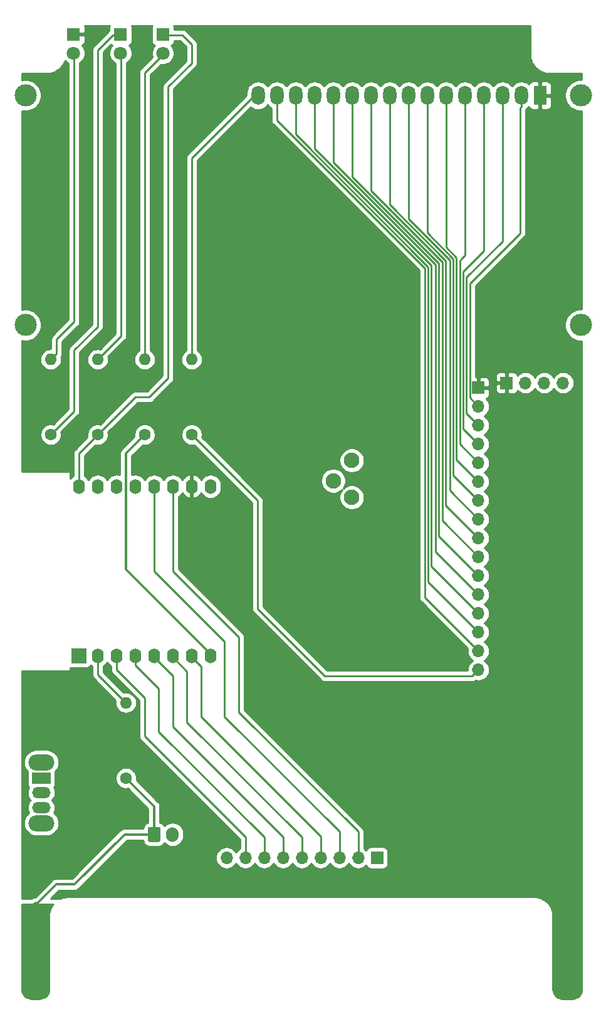
<source format=gbr>
G04 #@! TF.GenerationSoftware,KiCad,Pcbnew,(5.1.2)-1*
G04 #@! TF.CreationDate,2019-11-10T15:37:20+00:00*
G04 #@! TF.ProjectId,Keypad,4b657970-6164-42e6-9b69-6361645f7063,1*
G04 #@! TF.SameCoordinates,Original*
G04 #@! TF.FileFunction,Copper,L2,Bot*
G04 #@! TF.FilePolarity,Positive*
%FSLAX46Y46*%
G04 Gerber Fmt 4.6, Leading zero omitted, Abs format (unit mm)*
G04 Created by KiCad (PCBNEW (5.1.2)-1) date 2019-11-10 15:37:20*
%MOMM*%
%LPD*%
G04 APERTURE LIST*
%ADD10C,3.000000*%
%ADD11O,1.800000X2.600000*%
%ADD12R,1.800000X2.600000*%
%ADD13O,1.600000X2.000000*%
%ADD14R,2.000000X2.000000*%
%ADD15C,2.100000*%
%ADD16O,1.700000X2.000000*%
%ADD17C,0.100000*%
%ADD18C,1.700000*%
%ADD19C,1.800000*%
%ADD20R,1.800000X1.800000*%
%ADD21O,1.700000X1.700000*%
%ADD22R,1.700000X1.700000*%
%ADD23O,1.600000X1.600000*%
%ADD24C,1.600000*%
%ADD25O,3.500000X2.200000*%
%ADD26O,2.500000X1.500000*%
%ADD27R,2.500000X1.500000*%
%ADD28C,0.800000*%
%ADD29C,0.350000*%
%ADD30C,0.250000*%
%ADD31C,0.254000*%
G04 APERTURE END LIST*
D10*
X112170636Y-45629233D03*
X112171156Y-76629933D03*
X187169736Y-76629933D03*
X187169736Y-45629233D03*
D11*
X143570636Y-45629233D03*
X146110636Y-45629233D03*
X148650636Y-45629233D03*
X151190636Y-45629233D03*
X153730636Y-45629233D03*
X156270636Y-45629233D03*
X158810636Y-45629233D03*
X161350636Y-45629233D03*
X163890636Y-45629233D03*
X166430636Y-45629233D03*
X168970636Y-45629233D03*
X171510636Y-45629233D03*
X174050636Y-45629233D03*
X176590636Y-45629233D03*
X179130636Y-45629233D03*
D12*
X181670636Y-45629233D03*
D13*
X119380000Y-98425000D03*
X121920000Y-98425000D03*
X124460000Y-98425000D03*
X127000000Y-98425000D03*
X129540000Y-98425000D03*
X132080000Y-98425000D03*
X134620000Y-98425000D03*
X137160000Y-98425000D03*
X137160000Y-121285000D03*
X134620000Y-121285000D03*
X132080000Y-121285000D03*
X129540000Y-121285000D03*
X127000000Y-121285000D03*
X124460000Y-121285000D03*
D14*
X119380000Y-121285000D03*
D13*
X121920000Y-121285000D03*
D15*
X153750000Y-97660000D03*
X156250000Y-99910000D03*
X156250000Y-94910000D03*
D16*
X132040000Y-145415000D03*
D17*
G36*
X130164504Y-144416204D02*
G01*
X130188773Y-144419804D01*
X130212571Y-144425765D01*
X130235671Y-144434030D01*
X130257849Y-144444520D01*
X130278893Y-144457133D01*
X130298598Y-144471747D01*
X130316777Y-144488223D01*
X130333253Y-144506402D01*
X130347867Y-144526107D01*
X130360480Y-144547151D01*
X130370970Y-144569329D01*
X130379235Y-144592429D01*
X130385196Y-144616227D01*
X130388796Y-144640496D01*
X130390000Y-144665000D01*
X130390000Y-146165000D01*
X130388796Y-146189504D01*
X130385196Y-146213773D01*
X130379235Y-146237571D01*
X130370970Y-146260671D01*
X130360480Y-146282849D01*
X130347867Y-146303893D01*
X130333253Y-146323598D01*
X130316777Y-146341777D01*
X130298598Y-146358253D01*
X130278893Y-146372867D01*
X130257849Y-146385480D01*
X130235671Y-146395970D01*
X130212571Y-146404235D01*
X130188773Y-146410196D01*
X130164504Y-146413796D01*
X130140000Y-146415000D01*
X128940000Y-146415000D01*
X128915496Y-146413796D01*
X128891227Y-146410196D01*
X128867429Y-146404235D01*
X128844329Y-146395970D01*
X128822151Y-146385480D01*
X128801107Y-146372867D01*
X128781402Y-146358253D01*
X128763223Y-146341777D01*
X128746747Y-146323598D01*
X128732133Y-146303893D01*
X128719520Y-146282849D01*
X128709030Y-146260671D01*
X128700765Y-146237571D01*
X128694804Y-146213773D01*
X128691204Y-146189504D01*
X128690000Y-146165000D01*
X128690000Y-144665000D01*
X128691204Y-144640496D01*
X128694804Y-144616227D01*
X128700765Y-144592429D01*
X128709030Y-144569329D01*
X128719520Y-144547151D01*
X128732133Y-144526107D01*
X128746747Y-144506402D01*
X128763223Y-144488223D01*
X128781402Y-144471747D01*
X128801107Y-144457133D01*
X128822151Y-144444520D01*
X128844329Y-144434030D01*
X128867429Y-144425765D01*
X128891227Y-144419804D01*
X128915496Y-144416204D01*
X128940000Y-144415000D01*
X130140000Y-144415000D01*
X130164504Y-144416204D01*
X130164504Y-144416204D01*
G37*
D18*
X129540000Y-145415000D03*
D19*
X130732585Y-39932360D03*
D20*
X130732585Y-37392360D03*
D19*
X125017585Y-39932360D03*
D20*
X125017585Y-37392360D03*
D19*
X118667585Y-39932360D03*
D20*
X118667585Y-37392360D03*
D21*
X184785000Y-84455000D03*
X182245000Y-84455000D03*
X179705000Y-84455000D03*
D22*
X177165000Y-84455000D03*
D21*
X173355000Y-123190000D03*
X173355000Y-120650000D03*
X173355000Y-118110000D03*
X173355000Y-115570000D03*
X173355000Y-113030000D03*
X173355000Y-110490000D03*
X173355000Y-107950000D03*
X173355000Y-105410000D03*
X173355000Y-102870000D03*
X173355000Y-100330000D03*
X173355000Y-97790000D03*
X173355000Y-95250000D03*
X173355000Y-92710000D03*
X173355000Y-90170000D03*
X173355000Y-87630000D03*
D22*
X173355000Y-85090000D03*
D21*
X139340000Y-148574501D03*
X141880000Y-148574501D03*
X144420000Y-148574501D03*
X146960000Y-148574501D03*
X149500000Y-148574501D03*
X152040000Y-148574501D03*
X154580000Y-148574501D03*
X157120000Y-148574501D03*
D22*
X159660000Y-148574501D03*
D23*
X128270000Y-81280000D03*
D24*
X128270000Y-91440000D03*
D23*
X121920000Y-81280000D03*
D24*
X121920000Y-91440000D03*
D23*
X115570000Y-81280000D03*
D24*
X115570000Y-91440000D03*
D23*
X134620000Y-81280000D03*
D24*
X134620000Y-91440000D03*
D23*
X125730000Y-127635000D03*
D24*
X125730000Y-137795000D03*
D25*
X114300000Y-143895000D03*
X114300000Y-135695000D03*
D26*
X114300000Y-141795000D03*
X114300000Y-139795000D03*
D27*
X114300000Y-137795000D03*
D28*
X113538000Y-154940000D03*
D29*
X129540000Y-141605000D02*
X125730000Y-137795000D01*
X129540000Y-145415000D02*
X129540000Y-141605000D01*
X125532910Y-145415000D02*
X118801910Y-152146000D01*
X129540000Y-145415000D02*
X125532910Y-145415000D01*
X118801910Y-152146000D02*
X116332000Y-152146000D01*
X116332000Y-152146000D02*
X113538000Y-154940000D01*
X113538000Y-154940000D02*
X113538000Y-154940000D01*
D30*
X119380000Y-93980000D02*
X121920000Y-91440000D01*
X119380000Y-98425000D02*
X119380000Y-93980000D01*
X133350000Y-37465000D02*
X130810000Y-37465000D01*
X127000000Y-86360000D02*
X128905000Y-86360000D01*
X134620000Y-38735000D02*
X133350000Y-37465000D01*
X121920000Y-91440000D02*
X127000000Y-86360000D01*
X128905000Y-86360000D02*
X131445000Y-83820000D01*
X131445000Y-83820000D02*
X131445000Y-44450000D01*
X131445000Y-44450000D02*
X134620000Y-41275000D01*
X134620000Y-41275000D02*
X134620000Y-38735000D01*
X128270000Y-42545000D02*
X130810000Y-40005000D01*
X128270000Y-81280000D02*
X128270000Y-42545000D01*
X125095000Y-78105000D02*
X125095000Y-40005000D01*
X121920000Y-81280000D02*
X125095000Y-78105000D01*
X123945000Y-37465000D02*
X125095000Y-37465000D01*
X121920000Y-39490000D02*
X123945000Y-37465000D01*
X121920000Y-76835000D02*
X121920000Y-39490000D01*
X118745000Y-80010000D02*
X121920000Y-76835000D01*
X118745000Y-88265000D02*
X118745000Y-80010000D01*
X115570000Y-91440000D02*
X118745000Y-88265000D01*
X116369999Y-80480001D02*
X116369999Y-78575001D01*
X115570000Y-81280000D02*
X116369999Y-80480001D01*
X118745000Y-76200000D02*
X118745000Y-40005000D01*
X116369999Y-78575001D02*
X118745000Y-76200000D01*
X172179999Y-86454999D02*
X172179999Y-71025001D01*
X173355000Y-87630000D02*
X172179999Y-86454999D01*
X178977500Y-47332369D02*
X178977500Y-64227500D01*
X179130636Y-47179233D02*
X178977500Y-47332369D01*
X179130636Y-45629233D02*
X179130636Y-47179233D01*
X172179999Y-71025001D02*
X178977500Y-64227500D01*
X171729989Y-88544989D02*
X171729989Y-70205011D01*
X173355000Y-90170000D02*
X171729989Y-88544989D01*
X176592500Y-47181097D02*
X176592500Y-65342500D01*
X176590636Y-47179233D02*
X176592500Y-47181097D01*
X176590636Y-45629233D02*
X176590636Y-47179233D01*
X171729989Y-70205011D02*
X176592500Y-65342500D01*
X171279979Y-90634979D02*
X171279979Y-69385021D01*
X173355000Y-92710000D02*
X171279979Y-90634979D01*
X174050636Y-66614364D02*
X173457500Y-67207500D01*
X174050636Y-45629233D02*
X174050636Y-66614364D01*
X171279979Y-69385021D02*
X173457500Y-67207500D01*
X170829969Y-92724969D02*
X170829969Y-67930031D01*
X173355000Y-95250000D02*
X170829969Y-92724969D01*
X171510636Y-67249364D02*
X171130000Y-67630000D01*
X171510636Y-45629233D02*
X171510636Y-67249364D01*
X170829969Y-67930031D02*
X171130000Y-67630000D01*
X168970636Y-66100636D02*
X168970636Y-45629233D01*
X170379959Y-67509959D02*
X168970636Y-66100636D01*
X173355000Y-97790000D02*
X170379959Y-94814959D01*
X170379959Y-94814959D02*
X170379959Y-67509959D01*
X166430636Y-64197046D02*
X166430636Y-45629233D01*
X169929949Y-67696359D02*
X166430636Y-64197046D01*
X173355000Y-100330000D02*
X169929949Y-96904949D01*
X169929949Y-96904949D02*
X169929949Y-67696359D01*
X163890636Y-62293456D02*
X163890636Y-45629233D01*
X169479939Y-67882759D02*
X163890636Y-62293456D01*
X173355000Y-102870000D02*
X169479939Y-98994939D01*
X169479939Y-98994939D02*
X169479939Y-67882759D01*
X161350636Y-60389866D02*
X161350636Y-45629233D01*
X168910000Y-67949230D02*
X161350636Y-60389866D01*
X173355000Y-105410000D02*
X168910000Y-100965000D01*
X168910000Y-100965000D02*
X168910000Y-67949230D01*
X168459990Y-103054990D02*
X168459990Y-68135630D01*
X173355000Y-107950000D02*
X168459990Y-103054990D01*
X158810636Y-58486276D02*
X158810636Y-45629233D01*
X159412180Y-59087820D02*
X158810636Y-58486276D01*
X159412180Y-59087820D02*
X159385000Y-59060640D01*
X168459990Y-68135630D02*
X159412180Y-59087820D01*
X156270636Y-56582686D02*
X156270636Y-45629233D01*
X168009980Y-68322030D02*
X156270636Y-56582686D01*
X173355000Y-110490000D02*
X168009980Y-105144980D01*
X168009980Y-105144980D02*
X168009980Y-68322030D01*
X153730636Y-54679096D02*
X153730636Y-45629233D01*
X167559970Y-68508430D02*
X153730636Y-54679096D01*
X173355000Y-113030000D02*
X167559970Y-107234970D01*
X167559970Y-107234970D02*
X167559970Y-68508430D01*
X151190636Y-52775506D02*
X151190636Y-45629233D01*
X167005000Y-68589870D02*
X151190636Y-52775506D01*
X173355000Y-115570000D02*
X167005000Y-109220000D01*
X167005000Y-109220000D02*
X167005000Y-68589870D01*
X148650636Y-50871916D02*
X148650636Y-45629233D01*
X166554990Y-68776270D02*
X148650636Y-50871916D01*
X173355000Y-118110000D02*
X166554990Y-111309990D01*
X166554990Y-111309990D02*
X166554990Y-68776270D01*
X146110636Y-48968326D02*
X146110636Y-45629233D01*
X166104980Y-68962670D02*
X146110636Y-48968326D01*
X173355000Y-120650000D02*
X166104980Y-113399980D01*
X166104980Y-113399980D02*
X166104980Y-68962670D01*
X142995000Y-45720000D02*
X144145000Y-45720000D01*
X134620000Y-54095000D02*
X142995000Y-45720000D01*
X134620000Y-81280000D02*
X134620000Y-54095000D01*
X172505001Y-124039999D02*
X152614999Y-124039999D01*
X173355000Y-123190000D02*
X172505001Y-124039999D01*
X152614999Y-124039999D02*
X143510000Y-114935000D01*
X143510000Y-100330000D02*
X134620000Y-91440000D01*
X143510000Y-114935000D02*
X143510000Y-100330000D01*
X132080000Y-109855000D02*
X132080000Y-98425000D01*
X140970000Y-118745000D02*
X132080000Y-109855000D01*
X140970000Y-128905000D02*
X140970000Y-118745000D01*
X157120000Y-145055000D02*
X157035500Y-144970500D01*
X157120000Y-145394000D02*
X157120000Y-145055000D01*
X157035500Y-144970500D02*
X140970000Y-128905000D01*
X157162500Y-145097500D02*
X157035500Y-144970500D01*
X157120000Y-145394000D02*
X157120000Y-148574501D01*
X157120000Y-145140000D02*
X157120000Y-145394000D01*
X139065000Y-129540000D02*
X139065000Y-119380000D01*
X129540000Y-109855000D02*
X129540000Y-98425000D01*
X139065000Y-119380000D02*
X129540000Y-109855000D01*
X154580000Y-145055000D02*
X154580000Y-148574501D01*
X154495500Y-144970500D02*
X154580000Y-145055000D01*
X154495500Y-144970500D02*
X139065000Y-129540000D01*
X134620000Y-121485000D02*
X134620000Y-121285000D01*
X135890000Y-122755000D02*
X134620000Y-121485000D01*
X135890000Y-129540000D02*
X135890000Y-122755000D01*
X152040000Y-145690000D02*
X152040000Y-148574501D01*
X151892000Y-145542000D02*
X152040000Y-145690000D01*
X151892000Y-145542000D02*
X135890000Y-129540000D01*
X132080000Y-121485000D02*
X132080000Y-121285000D01*
X133985000Y-123390000D02*
X132080000Y-121485000D01*
X133985000Y-130242919D02*
X133985000Y-123390000D01*
X149500000Y-145757918D02*
X149500000Y-148574501D01*
X149064041Y-145321959D02*
X149500000Y-145757918D01*
X149064041Y-145321959D02*
X133985000Y-130242919D01*
X129540000Y-121485000D02*
X129540000Y-121285000D01*
X132080000Y-124025000D02*
X129540000Y-121485000D01*
X132080000Y-130877919D02*
X132080000Y-124025000D01*
X146960000Y-145757920D02*
X146960000Y-148574501D01*
X146651040Y-145448960D02*
X146960000Y-145757920D01*
X146651040Y-145448960D02*
X132080000Y-130877919D01*
X130175000Y-131512919D02*
X130175000Y-125730000D01*
X127000000Y-122555000D02*
X127000000Y-121285000D01*
X130175000Y-125730000D02*
X127000000Y-122555000D01*
X144420000Y-145757918D02*
X144420000Y-148574501D01*
X143984041Y-145321959D02*
X144420000Y-145757918D01*
X143984041Y-145321959D02*
X130175000Y-131512919D01*
X128270000Y-132147919D02*
X128270000Y-127000000D01*
X124460000Y-123190000D02*
X124460000Y-121285000D01*
X128270000Y-127000000D02*
X124460000Y-123190000D01*
X141880000Y-145757918D02*
X141880000Y-148574501D01*
X141190041Y-145067959D02*
X141880000Y-145757918D01*
X141190041Y-145067959D02*
X128270000Y-132147919D01*
D29*
X137160000Y-121085000D02*
X125730000Y-109655000D01*
X137160000Y-121285000D02*
X137160000Y-121085000D01*
X125730000Y-93980000D02*
X128270000Y-91440000D01*
X125730000Y-109655000D02*
X125730000Y-93980000D01*
D30*
X121920000Y-123825000D02*
X121920000Y-121285000D01*
X125730000Y-127635000D02*
X121920000Y-123825000D01*
D31*
G36*
X180315001Y-40033647D02*
G01*
X180317955Y-40063636D01*
X180317868Y-40076047D01*
X180318802Y-40085565D01*
X180359603Y-40473758D01*
X180372080Y-40534539D01*
X180383720Y-40595560D01*
X180386484Y-40604716D01*
X180501908Y-40977591D01*
X180525986Y-41034870D01*
X180549225Y-41092388D01*
X180553714Y-41100833D01*
X180739366Y-41444188D01*
X180774068Y-41495635D01*
X180808079Y-41547610D01*
X180814124Y-41555022D01*
X181062931Y-41855777D01*
X181106984Y-41899524D01*
X181150422Y-41943881D01*
X181157792Y-41949978D01*
X181460276Y-42196679D01*
X181512005Y-42231047D01*
X181563215Y-42266111D01*
X181571628Y-42270661D01*
X181916270Y-42453910D01*
X181973636Y-42477555D01*
X182030736Y-42502028D01*
X182039873Y-42504856D01*
X182413544Y-42617674D01*
X182474469Y-42629737D01*
X182535174Y-42642641D01*
X182544686Y-42643641D01*
X182933155Y-42681731D01*
X182933163Y-42681731D01*
X182966353Y-42685000D01*
X187315000Y-42685000D01*
X187315000Y-43494233D01*
X186959457Y-43494233D01*
X186546980Y-43576280D01*
X186158434Y-43737221D01*
X185808753Y-43970870D01*
X185511373Y-44268250D01*
X185277724Y-44617931D01*
X185116783Y-45006477D01*
X185034736Y-45418954D01*
X185034736Y-45839512D01*
X185116783Y-46251989D01*
X185277724Y-46640535D01*
X185511373Y-46990216D01*
X185808753Y-47287596D01*
X186158434Y-47521245D01*
X186546980Y-47682186D01*
X186959457Y-47764233D01*
X187315000Y-47764233D01*
X187315000Y-74494933D01*
X186959457Y-74494933D01*
X186546980Y-74576980D01*
X186158434Y-74737921D01*
X185808753Y-74971570D01*
X185511373Y-75268950D01*
X185277724Y-75618631D01*
X185116783Y-76007177D01*
X185034736Y-76419654D01*
X185034736Y-76840212D01*
X185116783Y-77252689D01*
X185277724Y-77641235D01*
X185511373Y-77990916D01*
X185808753Y-78288296D01*
X186158434Y-78521945D01*
X186546980Y-78682886D01*
X186959457Y-78764933D01*
X187315000Y-78764933D01*
X187315001Y-166336487D01*
X187288543Y-166606327D01*
X187219908Y-166833656D01*
X187108428Y-167043320D01*
X186958343Y-167227341D01*
X186775380Y-167378701D01*
X186566493Y-167491646D01*
X186339653Y-167561865D01*
X186071966Y-167590000D01*
X184691503Y-167590000D01*
X184421673Y-167563543D01*
X184194344Y-167494908D01*
X183984680Y-167383428D01*
X183800659Y-167233343D01*
X183649299Y-167050380D01*
X183536354Y-166841493D01*
X183466135Y-166614653D01*
X183438000Y-166346966D01*
X183438000Y-156379553D01*
X183435053Y-156349628D01*
X183435135Y-156337817D01*
X183434201Y-156328299D01*
X183395338Y-155958544D01*
X183382863Y-155897769D01*
X183371221Y-155836742D01*
X183368456Y-155827586D01*
X183258514Y-155472422D01*
X183234454Y-155415184D01*
X183211199Y-155357626D01*
X183206709Y-155349181D01*
X183029877Y-155022136D01*
X182995142Y-154970639D01*
X182961163Y-154918714D01*
X182955118Y-154911302D01*
X182718129Y-154624832D01*
X182674076Y-154581085D01*
X182630638Y-154536728D01*
X182623269Y-154530632D01*
X182335152Y-154295648D01*
X182283416Y-154261275D01*
X182232212Y-154226215D01*
X182223799Y-154221666D01*
X181895527Y-154047121D01*
X181838131Y-154023464D01*
X181781063Y-153999005D01*
X181771926Y-153996176D01*
X181416004Y-153888716D01*
X181355074Y-153876652D01*
X181294371Y-153863749D01*
X181284863Y-153862749D01*
X181284859Y-153862749D01*
X180914844Y-153826469D01*
X180914837Y-153826469D01*
X180881647Y-153823200D01*
X117873153Y-153823200D01*
X117843228Y-153826147D01*
X117831417Y-153826065D01*
X117821899Y-153826999D01*
X117452144Y-153865862D01*
X117391369Y-153878337D01*
X117330342Y-153889979D01*
X117321186Y-153892744D01*
X116966022Y-154002686D01*
X116908784Y-154026746D01*
X116851226Y-154050001D01*
X116849347Y-154051000D01*
X115572512Y-154051000D01*
X116667513Y-152956000D01*
X118762122Y-152956000D01*
X118801910Y-152959919D01*
X118841698Y-152956000D01*
X118841701Y-152956000D01*
X118960698Y-152944280D01*
X119113383Y-152897963D01*
X119254099Y-152822749D01*
X119377438Y-152721528D01*
X119402810Y-152690612D01*
X125868423Y-146225000D01*
X128057837Y-146225000D01*
X128068992Y-146338254D01*
X128119528Y-146504850D01*
X128201595Y-146658386D01*
X128312038Y-146792962D01*
X128446614Y-146903405D01*
X128600150Y-146985472D01*
X128766746Y-147036008D01*
X128940000Y-147053072D01*
X130140000Y-147053072D01*
X130313254Y-147036008D01*
X130479850Y-146985472D01*
X130633386Y-146903405D01*
X130767962Y-146792962D01*
X130878405Y-146658386D01*
X130932777Y-146556663D01*
X130984866Y-146620134D01*
X131210987Y-146805706D01*
X131468967Y-146943599D01*
X131748890Y-147028513D01*
X132040000Y-147057185D01*
X132331111Y-147028513D01*
X132611034Y-146943599D01*
X132869014Y-146805706D01*
X133095134Y-146620134D01*
X133280706Y-146394014D01*
X133418599Y-146136033D01*
X133503513Y-145856110D01*
X133525000Y-145637949D01*
X133525000Y-145192050D01*
X133503513Y-144973889D01*
X133418599Y-144693966D01*
X133280706Y-144435986D01*
X133095134Y-144209866D01*
X132869013Y-144024294D01*
X132611033Y-143886401D01*
X132331110Y-143801487D01*
X132040000Y-143772815D01*
X131748889Y-143801487D01*
X131468966Y-143886401D01*
X131210986Y-144024294D01*
X130984866Y-144209866D01*
X130932777Y-144273337D01*
X130878405Y-144171614D01*
X130767962Y-144037038D01*
X130633386Y-143926595D01*
X130479850Y-143844528D01*
X130350000Y-143805139D01*
X130350000Y-141644788D01*
X130353919Y-141605000D01*
X130345891Y-141523493D01*
X130338280Y-141446212D01*
X130291963Y-141293527D01*
X130291963Y-141293526D01*
X130216749Y-141152811D01*
X130140893Y-141060380D01*
X130115528Y-141029472D01*
X130084618Y-141004105D01*
X127140420Y-138059907D01*
X127165000Y-137936335D01*
X127165000Y-137653665D01*
X127109853Y-137376426D01*
X127001680Y-137115273D01*
X126844637Y-136880241D01*
X126644759Y-136680363D01*
X126409727Y-136523320D01*
X126148574Y-136415147D01*
X125871335Y-136360000D01*
X125588665Y-136360000D01*
X125311426Y-136415147D01*
X125050273Y-136523320D01*
X124815241Y-136680363D01*
X124615363Y-136880241D01*
X124458320Y-137115273D01*
X124350147Y-137376426D01*
X124295000Y-137653665D01*
X124295000Y-137936335D01*
X124350147Y-138213574D01*
X124458320Y-138474727D01*
X124615363Y-138709759D01*
X124815241Y-138909637D01*
X125050273Y-139066680D01*
X125311426Y-139174853D01*
X125588665Y-139230000D01*
X125871335Y-139230000D01*
X125994907Y-139205420D01*
X128730001Y-141940514D01*
X128730000Y-143805139D01*
X128600150Y-143844528D01*
X128446614Y-143926595D01*
X128312038Y-144037038D01*
X128201595Y-144171614D01*
X128119528Y-144325150D01*
X128068992Y-144491746D01*
X128057837Y-144605000D01*
X125572697Y-144605000D01*
X125532909Y-144601081D01*
X125493121Y-144605000D01*
X125493119Y-144605000D01*
X125374122Y-144616720D01*
X125221437Y-144663037D01*
X125080721Y-144738251D01*
X124957382Y-144839472D01*
X124932015Y-144870382D01*
X118466398Y-151336000D01*
X116371788Y-151336000D01*
X116332000Y-151332081D01*
X116292212Y-151336000D01*
X116292209Y-151336000D01*
X116173212Y-151347720D01*
X116056063Y-151383257D01*
X116020526Y-151394037D01*
X115879811Y-151469251D01*
X115756472Y-151570472D01*
X115731107Y-151601380D01*
X113425359Y-153907129D01*
X113236102Y-153944774D01*
X113047744Y-154022795D01*
X113005532Y-154051000D01*
X111685000Y-154051000D01*
X111685000Y-135695000D01*
X111906606Y-135695000D01*
X111940105Y-136035119D01*
X112039314Y-136362168D01*
X112200421Y-136663578D01*
X112417234Y-136927766D01*
X112423008Y-136932504D01*
X112411928Y-137045000D01*
X112411928Y-138545000D01*
X112424188Y-138669482D01*
X112460498Y-138789180D01*
X112519463Y-138899494D01*
X112598815Y-138996185D01*
X112638940Y-139029114D01*
X112514236Y-139262419D01*
X112435040Y-139523493D01*
X112408299Y-139795000D01*
X112435040Y-140066507D01*
X112514236Y-140327581D01*
X112642843Y-140568188D01*
X112815919Y-140779081D01*
X112835316Y-140795000D01*
X112815919Y-140810919D01*
X112642843Y-141021812D01*
X112514236Y-141262419D01*
X112435040Y-141523493D01*
X112408299Y-141795000D01*
X112435040Y-142066507D01*
X112514236Y-142327581D01*
X112608994Y-142504861D01*
X112417234Y-142662234D01*
X112200421Y-142926422D01*
X112039314Y-143227832D01*
X111940105Y-143554881D01*
X111906606Y-143895000D01*
X111940105Y-144235119D01*
X112039314Y-144562168D01*
X112200421Y-144863578D01*
X112417234Y-145127766D01*
X112681422Y-145344579D01*
X112982832Y-145505686D01*
X113309881Y-145604895D01*
X113564775Y-145630000D01*
X115035225Y-145630000D01*
X115290119Y-145604895D01*
X115617168Y-145505686D01*
X115918578Y-145344579D01*
X116182766Y-145127766D01*
X116399579Y-144863578D01*
X116560686Y-144562168D01*
X116659895Y-144235119D01*
X116693394Y-143895000D01*
X116659895Y-143554881D01*
X116560686Y-143227832D01*
X116399579Y-142926422D01*
X116182766Y-142662234D01*
X115991006Y-142504861D01*
X116085764Y-142327581D01*
X116164960Y-142066507D01*
X116191701Y-141795000D01*
X116164960Y-141523493D01*
X116085764Y-141262419D01*
X115957157Y-141021812D01*
X115784081Y-140810919D01*
X115764684Y-140795000D01*
X115784081Y-140779081D01*
X115957157Y-140568188D01*
X116085764Y-140327581D01*
X116164960Y-140066507D01*
X116191701Y-139795000D01*
X116164960Y-139523493D01*
X116085764Y-139262419D01*
X115961060Y-139029114D01*
X116001185Y-138996185D01*
X116080537Y-138899494D01*
X116139502Y-138789180D01*
X116175812Y-138669482D01*
X116188072Y-138545000D01*
X116188072Y-137045000D01*
X116176992Y-136932504D01*
X116182766Y-136927766D01*
X116399579Y-136663578D01*
X116560686Y-136362168D01*
X116659895Y-136035119D01*
X116693394Y-135695000D01*
X116659895Y-135354881D01*
X116560686Y-135027832D01*
X116399579Y-134726422D01*
X116182766Y-134462234D01*
X115918578Y-134245421D01*
X115617168Y-134084314D01*
X115290119Y-133985105D01*
X115035225Y-133960000D01*
X113564775Y-133960000D01*
X113309881Y-133985105D01*
X112982832Y-134084314D01*
X112681422Y-134245421D01*
X112417234Y-134462234D01*
X112200421Y-134726422D01*
X112039314Y-135027832D01*
X111940105Y-135354881D01*
X111906606Y-135695000D01*
X111685000Y-135695000D01*
X111685000Y-123317000D01*
X118110000Y-123317000D01*
X118134776Y-123314560D01*
X118158601Y-123307333D01*
X118180557Y-123295597D01*
X118199803Y-123279803D01*
X118215597Y-123260557D01*
X118227333Y-123238601D01*
X118234560Y-123214776D01*
X118237000Y-123190000D01*
X118237000Y-122905195D01*
X118255518Y-122910812D01*
X118380000Y-122923072D01*
X120380000Y-122923072D01*
X120504482Y-122910812D01*
X120624180Y-122874502D01*
X120734494Y-122815537D01*
X120831185Y-122736185D01*
X120910537Y-122639494D01*
X120957559Y-122551523D01*
X121118900Y-122683932D01*
X121160000Y-122705901D01*
X121160000Y-123787677D01*
X121156324Y-123825000D01*
X121160000Y-123862322D01*
X121160000Y-123862332D01*
X121170997Y-123973985D01*
X121214454Y-124117246D01*
X121285026Y-124249276D01*
X121324871Y-124297826D01*
X121379999Y-124365001D01*
X121409003Y-124388804D01*
X124329292Y-127309094D01*
X124315764Y-127353691D01*
X124288057Y-127635000D01*
X124315764Y-127916309D01*
X124397818Y-128186808D01*
X124531068Y-128436101D01*
X124710392Y-128654608D01*
X124928899Y-128833932D01*
X125178192Y-128967182D01*
X125448691Y-129049236D01*
X125659508Y-129070000D01*
X125800492Y-129070000D01*
X126011309Y-129049236D01*
X126281808Y-128967182D01*
X126531101Y-128833932D01*
X126749608Y-128654608D01*
X126928932Y-128436101D01*
X127062182Y-128186808D01*
X127144236Y-127916309D01*
X127171943Y-127635000D01*
X127144236Y-127353691D01*
X127062182Y-127083192D01*
X126928932Y-126833899D01*
X126749608Y-126615392D01*
X126531101Y-126436068D01*
X126281808Y-126302818D01*
X126011309Y-126220764D01*
X125800492Y-126200000D01*
X125659508Y-126200000D01*
X125448691Y-126220764D01*
X125404094Y-126234292D01*
X122680000Y-123510199D01*
X122680000Y-122705901D01*
X122721101Y-122683932D01*
X122939608Y-122504608D01*
X123118932Y-122286101D01*
X123190000Y-122153142D01*
X123261068Y-122286101D01*
X123440393Y-122504608D01*
X123658900Y-122683932D01*
X123700000Y-122705901D01*
X123700000Y-123152677D01*
X123696324Y-123190000D01*
X123700000Y-123227322D01*
X123700000Y-123227332D01*
X123710997Y-123338985D01*
X123754110Y-123481111D01*
X123754454Y-123482246D01*
X123825026Y-123614276D01*
X123826214Y-123615723D01*
X123919999Y-123730001D01*
X123949003Y-123753804D01*
X127510001Y-127314803D01*
X127510000Y-132110596D01*
X127506324Y-132147919D01*
X127510000Y-132185242D01*
X127510000Y-132185251D01*
X127520997Y-132296904D01*
X127564454Y-132440165D01*
X127635026Y-132572195D01*
X127674871Y-132620745D01*
X127729999Y-132687920D01*
X127759003Y-132711723D01*
X140679038Y-145631758D01*
X140679043Y-145631762D01*
X141120000Y-146072720D01*
X141120001Y-147296906D01*
X141050986Y-147333795D01*
X140824866Y-147519367D01*
X140639294Y-147745487D01*
X140610000Y-147800292D01*
X140580706Y-147745487D01*
X140395134Y-147519367D01*
X140169014Y-147333795D01*
X139911034Y-147195902D01*
X139631111Y-147110988D01*
X139412950Y-147089501D01*
X139267050Y-147089501D01*
X139048889Y-147110988D01*
X138768966Y-147195902D01*
X138510986Y-147333795D01*
X138284866Y-147519367D01*
X138099294Y-147745487D01*
X137961401Y-148003467D01*
X137876487Y-148283390D01*
X137847815Y-148574501D01*
X137876487Y-148865612D01*
X137961401Y-149145535D01*
X138099294Y-149403515D01*
X138284866Y-149629635D01*
X138510986Y-149815207D01*
X138768966Y-149953100D01*
X139048889Y-150038014D01*
X139267050Y-150059501D01*
X139412950Y-150059501D01*
X139631111Y-150038014D01*
X139911034Y-149953100D01*
X140169014Y-149815207D01*
X140395134Y-149629635D01*
X140580706Y-149403515D01*
X140610000Y-149348710D01*
X140639294Y-149403515D01*
X140824866Y-149629635D01*
X141050986Y-149815207D01*
X141308966Y-149953100D01*
X141588889Y-150038014D01*
X141807050Y-150059501D01*
X141952950Y-150059501D01*
X142171111Y-150038014D01*
X142451034Y-149953100D01*
X142709014Y-149815207D01*
X142935134Y-149629635D01*
X143120706Y-149403515D01*
X143150000Y-149348710D01*
X143179294Y-149403515D01*
X143364866Y-149629635D01*
X143590986Y-149815207D01*
X143848966Y-149953100D01*
X144128889Y-150038014D01*
X144347050Y-150059501D01*
X144492950Y-150059501D01*
X144711111Y-150038014D01*
X144991034Y-149953100D01*
X145249014Y-149815207D01*
X145475134Y-149629635D01*
X145660706Y-149403515D01*
X145690000Y-149348710D01*
X145719294Y-149403515D01*
X145904866Y-149629635D01*
X146130986Y-149815207D01*
X146388966Y-149953100D01*
X146668889Y-150038014D01*
X146887050Y-150059501D01*
X147032950Y-150059501D01*
X147251111Y-150038014D01*
X147531034Y-149953100D01*
X147789014Y-149815207D01*
X148015134Y-149629635D01*
X148200706Y-149403515D01*
X148230000Y-149348710D01*
X148259294Y-149403515D01*
X148444866Y-149629635D01*
X148670986Y-149815207D01*
X148928966Y-149953100D01*
X149208889Y-150038014D01*
X149427050Y-150059501D01*
X149572950Y-150059501D01*
X149791111Y-150038014D01*
X150071034Y-149953100D01*
X150329014Y-149815207D01*
X150555134Y-149629635D01*
X150740706Y-149403515D01*
X150770000Y-149348710D01*
X150799294Y-149403515D01*
X150984866Y-149629635D01*
X151210986Y-149815207D01*
X151468966Y-149953100D01*
X151748889Y-150038014D01*
X151967050Y-150059501D01*
X152112950Y-150059501D01*
X152331111Y-150038014D01*
X152611034Y-149953100D01*
X152869014Y-149815207D01*
X153095134Y-149629635D01*
X153280706Y-149403515D01*
X153310000Y-149348710D01*
X153339294Y-149403515D01*
X153524866Y-149629635D01*
X153750986Y-149815207D01*
X154008966Y-149953100D01*
X154288889Y-150038014D01*
X154507050Y-150059501D01*
X154652950Y-150059501D01*
X154871111Y-150038014D01*
X155151034Y-149953100D01*
X155409014Y-149815207D01*
X155635134Y-149629635D01*
X155820706Y-149403515D01*
X155850000Y-149348710D01*
X155879294Y-149403515D01*
X156064866Y-149629635D01*
X156290986Y-149815207D01*
X156548966Y-149953100D01*
X156828889Y-150038014D01*
X157047050Y-150059501D01*
X157192950Y-150059501D01*
X157411111Y-150038014D01*
X157691034Y-149953100D01*
X157949014Y-149815207D01*
X158175134Y-149629635D01*
X158199607Y-149599814D01*
X158220498Y-149668681D01*
X158279463Y-149778995D01*
X158358815Y-149875686D01*
X158455506Y-149955038D01*
X158565820Y-150014003D01*
X158685518Y-150050313D01*
X158810000Y-150062573D01*
X160510000Y-150062573D01*
X160634482Y-150050313D01*
X160754180Y-150014003D01*
X160864494Y-149955038D01*
X160961185Y-149875686D01*
X161040537Y-149778995D01*
X161099502Y-149668681D01*
X161135812Y-149548983D01*
X161148072Y-149424501D01*
X161148072Y-147724501D01*
X161135812Y-147600019D01*
X161099502Y-147480321D01*
X161040537Y-147370007D01*
X160961185Y-147273316D01*
X160864494Y-147193964D01*
X160754180Y-147134999D01*
X160634482Y-147098689D01*
X160510000Y-147086429D01*
X158810000Y-147086429D01*
X158685518Y-147098689D01*
X158565820Y-147134999D01*
X158455506Y-147193964D01*
X158358815Y-147273316D01*
X158279463Y-147370007D01*
X158220498Y-147480321D01*
X158199607Y-147549188D01*
X158175134Y-147519367D01*
X157949014Y-147333795D01*
X157880000Y-147296906D01*
X157880000Y-145350337D01*
X157911502Y-145246485D01*
X157926176Y-145097499D01*
X157911502Y-144948514D01*
X157868046Y-144805254D01*
X157797474Y-144673224D01*
X157726299Y-144586498D01*
X157683804Y-144544003D01*
X157660001Y-144514999D01*
X157630997Y-144491196D01*
X157599304Y-144459503D01*
X157599299Y-144459497D01*
X141730000Y-128590199D01*
X141730000Y-118782333D01*
X141733677Y-118745000D01*
X141719003Y-118596014D01*
X141675546Y-118452753D01*
X141604974Y-118320724D01*
X141533799Y-118233997D01*
X141510001Y-118204999D01*
X141481003Y-118181201D01*
X132840000Y-109540199D01*
X132840000Y-99845901D01*
X132881101Y-99823932D01*
X133099608Y-99644608D01*
X133278932Y-99426101D01*
X133348122Y-99296655D01*
X133355570Y-99314227D01*
X133514327Y-99547662D01*
X133715575Y-99745639D01*
X133951579Y-99900551D01*
X134213270Y-100006444D01*
X134270961Y-100016904D01*
X134493000Y-99894915D01*
X134493000Y-98552000D01*
X134473000Y-98552000D01*
X134473000Y-98298000D01*
X134493000Y-98298000D01*
X134493000Y-96955085D01*
X134747000Y-96955085D01*
X134747000Y-98298000D01*
X134767000Y-98298000D01*
X134767000Y-98552000D01*
X134747000Y-98552000D01*
X134747000Y-99894915D01*
X134969039Y-100016904D01*
X135026730Y-100006444D01*
X135288421Y-99900551D01*
X135524425Y-99745639D01*
X135725673Y-99547662D01*
X135884430Y-99314227D01*
X135891878Y-99296655D01*
X135961068Y-99426101D01*
X136140393Y-99644608D01*
X136358900Y-99823932D01*
X136608193Y-99957182D01*
X136878692Y-100039236D01*
X137160000Y-100066943D01*
X137441309Y-100039236D01*
X137711808Y-99957182D01*
X137961101Y-99823932D01*
X138179608Y-99644608D01*
X138358932Y-99426101D01*
X138492182Y-99176807D01*
X138574236Y-98906308D01*
X138595000Y-98695491D01*
X138595000Y-98154508D01*
X138574236Y-97943691D01*
X138492182Y-97673192D01*
X138358932Y-97423899D01*
X138179607Y-97205392D01*
X137961100Y-97026068D01*
X137711807Y-96892818D01*
X137441308Y-96810764D01*
X137160000Y-96783057D01*
X136878691Y-96810764D01*
X136608192Y-96892818D01*
X136358899Y-97026068D01*
X136140392Y-97205393D01*
X135961068Y-97423900D01*
X135891878Y-97553345D01*
X135884430Y-97535773D01*
X135725673Y-97302338D01*
X135524425Y-97104361D01*
X135288421Y-96949449D01*
X135026730Y-96843556D01*
X134969039Y-96833096D01*
X134747000Y-96955085D01*
X134493000Y-96955085D01*
X134270961Y-96833096D01*
X134213270Y-96843556D01*
X133951579Y-96949449D01*
X133715575Y-97104361D01*
X133514327Y-97302338D01*
X133355570Y-97535773D01*
X133348122Y-97553345D01*
X133278932Y-97423899D01*
X133099607Y-97205392D01*
X132881100Y-97026068D01*
X132631807Y-96892818D01*
X132361308Y-96810764D01*
X132080000Y-96783057D01*
X131798691Y-96810764D01*
X131528192Y-96892818D01*
X131278899Y-97026068D01*
X131060392Y-97205393D01*
X130881068Y-97423900D01*
X130810000Y-97556858D01*
X130738932Y-97423899D01*
X130559607Y-97205392D01*
X130341100Y-97026068D01*
X130091807Y-96892818D01*
X129821308Y-96810764D01*
X129540000Y-96783057D01*
X129258691Y-96810764D01*
X128988192Y-96892818D01*
X128738899Y-97026068D01*
X128520392Y-97205393D01*
X128341068Y-97423900D01*
X128270000Y-97556858D01*
X128198932Y-97423899D01*
X128019607Y-97205392D01*
X127801100Y-97026068D01*
X127551807Y-96892818D01*
X127281308Y-96810764D01*
X127000000Y-96783057D01*
X126718691Y-96810764D01*
X126540000Y-96864969D01*
X126540000Y-94315512D01*
X128005093Y-92850420D01*
X128128665Y-92875000D01*
X128411335Y-92875000D01*
X128688574Y-92819853D01*
X128949727Y-92711680D01*
X129184759Y-92554637D01*
X129384637Y-92354759D01*
X129541680Y-92119727D01*
X129649853Y-91858574D01*
X129705000Y-91581335D01*
X129705000Y-91298665D01*
X129649853Y-91021426D01*
X129541680Y-90760273D01*
X129384637Y-90525241D01*
X129184759Y-90325363D01*
X128949727Y-90168320D01*
X128688574Y-90060147D01*
X128411335Y-90005000D01*
X128128665Y-90005000D01*
X127851426Y-90060147D01*
X127590273Y-90168320D01*
X127355241Y-90325363D01*
X127155363Y-90525241D01*
X126998320Y-90760273D01*
X126890147Y-91021426D01*
X126835000Y-91298665D01*
X126835000Y-91581335D01*
X126859580Y-91704907D01*
X125185383Y-93379105D01*
X125154473Y-93404472D01*
X125129108Y-93435380D01*
X125053251Y-93527811D01*
X125014038Y-93601175D01*
X124978038Y-93668527D01*
X124972206Y-93687754D01*
X124931721Y-93821213D01*
X124916081Y-93980000D01*
X124920001Y-94019798D01*
X124920001Y-96864969D01*
X124741308Y-96810764D01*
X124460000Y-96783057D01*
X124178691Y-96810764D01*
X123908192Y-96892818D01*
X123658899Y-97026068D01*
X123440392Y-97205393D01*
X123261068Y-97423900D01*
X123190000Y-97556858D01*
X123118932Y-97423899D01*
X122939607Y-97205392D01*
X122721100Y-97026068D01*
X122471807Y-96892818D01*
X122201308Y-96810764D01*
X121920000Y-96783057D01*
X121638691Y-96810764D01*
X121368192Y-96892818D01*
X121118899Y-97026068D01*
X120900392Y-97205393D01*
X120721068Y-97423900D01*
X120650000Y-97556858D01*
X120578932Y-97423899D01*
X120399607Y-97205392D01*
X120181100Y-97026068D01*
X120140000Y-97004100D01*
X120140000Y-94294801D01*
X121596114Y-92838688D01*
X121778665Y-92875000D01*
X122061335Y-92875000D01*
X122338574Y-92819853D01*
X122599727Y-92711680D01*
X122834759Y-92554637D01*
X123034637Y-92354759D01*
X123191680Y-92119727D01*
X123299853Y-91858574D01*
X123355000Y-91581335D01*
X123355000Y-91298665D01*
X123318688Y-91116113D01*
X127314802Y-87120000D01*
X128867678Y-87120000D01*
X128905000Y-87123676D01*
X128942322Y-87120000D01*
X128942333Y-87120000D01*
X129053986Y-87109003D01*
X129197247Y-87065546D01*
X129329276Y-86994974D01*
X129445001Y-86900001D01*
X129468804Y-86870997D01*
X131956009Y-84383794D01*
X131985001Y-84360001D01*
X132008795Y-84331008D01*
X132008799Y-84331004D01*
X132079973Y-84244277D01*
X132079974Y-84244276D01*
X132150546Y-84112247D01*
X132194003Y-83968986D01*
X132205000Y-83857333D01*
X132205000Y-83857324D01*
X132208676Y-83820001D01*
X132205000Y-83782678D01*
X132205000Y-81280000D01*
X133178057Y-81280000D01*
X133205764Y-81561309D01*
X133287818Y-81831808D01*
X133421068Y-82081101D01*
X133600392Y-82299608D01*
X133818899Y-82478932D01*
X134068192Y-82612182D01*
X134338691Y-82694236D01*
X134549508Y-82715000D01*
X134690492Y-82715000D01*
X134901309Y-82694236D01*
X135171808Y-82612182D01*
X135421101Y-82478932D01*
X135639608Y-82299608D01*
X135818932Y-82081101D01*
X135952182Y-81831808D01*
X136034236Y-81561309D01*
X136061943Y-81280000D01*
X136034236Y-80998691D01*
X135952182Y-80728192D01*
X135818932Y-80478899D01*
X135639608Y-80260392D01*
X135421101Y-80081068D01*
X135380000Y-80059099D01*
X135380000Y-54409801D01*
X142584295Y-47205507D01*
X142713709Y-47311714D01*
X142980375Y-47454250D01*
X143269723Y-47542023D01*
X143570636Y-47571660D01*
X143871548Y-47542023D01*
X144160896Y-47454250D01*
X144427562Y-47311714D01*
X144661297Y-47119894D01*
X144840636Y-46901368D01*
X145019975Y-47119894D01*
X145253709Y-47311714D01*
X145350636Y-47363523D01*
X145350636Y-48931003D01*
X145346960Y-48968326D01*
X145350636Y-49005648D01*
X145350636Y-49005658D01*
X145361633Y-49117311D01*
X145405090Y-49260572D01*
X145475662Y-49392602D01*
X145515507Y-49441152D01*
X145570635Y-49508327D01*
X145599639Y-49532130D01*
X165344981Y-69277474D01*
X165344980Y-113362658D01*
X165341304Y-113399980D01*
X165344980Y-113437302D01*
X165344980Y-113437312D01*
X165355977Y-113548965D01*
X165399434Y-113692226D01*
X165470006Y-113824256D01*
X165509851Y-113872806D01*
X165564979Y-113939981D01*
X165593983Y-113963784D01*
X171914203Y-120284005D01*
X171891487Y-120358889D01*
X171862815Y-120650000D01*
X171891487Y-120941111D01*
X171976401Y-121221034D01*
X172114294Y-121479014D01*
X172299866Y-121705134D01*
X172525986Y-121890706D01*
X172580791Y-121920000D01*
X172525986Y-121949294D01*
X172299866Y-122134866D01*
X172114294Y-122360986D01*
X171976401Y-122618966D01*
X171891487Y-122898889D01*
X171862815Y-123190000D01*
X171871679Y-123279999D01*
X152929801Y-123279999D01*
X144270000Y-114620199D01*
X144270000Y-100367333D01*
X144273677Y-100330000D01*
X144259003Y-100181014D01*
X144215546Y-100037753D01*
X144144974Y-99905724D01*
X144073799Y-99818997D01*
X144050001Y-99789999D01*
X144021003Y-99766201D01*
X141748844Y-97494042D01*
X152065000Y-97494042D01*
X152065000Y-97825958D01*
X152129754Y-98151496D01*
X152256772Y-98458147D01*
X152441175Y-98734125D01*
X152675875Y-98968825D01*
X152951853Y-99153228D01*
X153258504Y-99280246D01*
X153584042Y-99345000D01*
X153915958Y-99345000D01*
X154241496Y-99280246D01*
X154548147Y-99153228D01*
X154824125Y-98968825D01*
X154909157Y-98883793D01*
X154756772Y-99111853D01*
X154629754Y-99418504D01*
X154565000Y-99744042D01*
X154565000Y-100075958D01*
X154629754Y-100401496D01*
X154756772Y-100708147D01*
X154941175Y-100984125D01*
X155175875Y-101218825D01*
X155451853Y-101403228D01*
X155758504Y-101530246D01*
X156084042Y-101595000D01*
X156415958Y-101595000D01*
X156741496Y-101530246D01*
X157048147Y-101403228D01*
X157324125Y-101218825D01*
X157558825Y-100984125D01*
X157743228Y-100708147D01*
X157870246Y-100401496D01*
X157935000Y-100075958D01*
X157935000Y-99744042D01*
X157870246Y-99418504D01*
X157743228Y-99111853D01*
X157558825Y-98835875D01*
X157324125Y-98601175D01*
X157048147Y-98416772D01*
X156741496Y-98289754D01*
X156415958Y-98225000D01*
X156084042Y-98225000D01*
X155758504Y-98289754D01*
X155451853Y-98416772D01*
X155175875Y-98601175D01*
X155090843Y-98686207D01*
X155243228Y-98458147D01*
X155370246Y-98151496D01*
X155435000Y-97825958D01*
X155435000Y-97494042D01*
X155370246Y-97168504D01*
X155243228Y-96861853D01*
X155058825Y-96585875D01*
X154824125Y-96351175D01*
X154548147Y-96166772D01*
X154241496Y-96039754D01*
X153915958Y-95975000D01*
X153584042Y-95975000D01*
X153258504Y-96039754D01*
X152951853Y-96166772D01*
X152675875Y-96351175D01*
X152441175Y-96585875D01*
X152256772Y-96861853D01*
X152129754Y-97168504D01*
X152065000Y-97494042D01*
X141748844Y-97494042D01*
X138998844Y-94744042D01*
X154565000Y-94744042D01*
X154565000Y-95075958D01*
X154629754Y-95401496D01*
X154756772Y-95708147D01*
X154941175Y-95984125D01*
X155175875Y-96218825D01*
X155451853Y-96403228D01*
X155758504Y-96530246D01*
X156084042Y-96595000D01*
X156415958Y-96595000D01*
X156741496Y-96530246D01*
X157048147Y-96403228D01*
X157324125Y-96218825D01*
X157558825Y-95984125D01*
X157743228Y-95708147D01*
X157870246Y-95401496D01*
X157935000Y-95075958D01*
X157935000Y-94744042D01*
X157870246Y-94418504D01*
X157743228Y-94111853D01*
X157558825Y-93835875D01*
X157324125Y-93601175D01*
X157048147Y-93416772D01*
X156741496Y-93289754D01*
X156415958Y-93225000D01*
X156084042Y-93225000D01*
X155758504Y-93289754D01*
X155451853Y-93416772D01*
X155175875Y-93601175D01*
X154941175Y-93835875D01*
X154756772Y-94111853D01*
X154629754Y-94418504D01*
X154565000Y-94744042D01*
X138998844Y-94744042D01*
X136018688Y-91763887D01*
X136055000Y-91581335D01*
X136055000Y-91298665D01*
X135999853Y-91021426D01*
X135891680Y-90760273D01*
X135734637Y-90525241D01*
X135534759Y-90325363D01*
X135299727Y-90168320D01*
X135038574Y-90060147D01*
X134761335Y-90005000D01*
X134478665Y-90005000D01*
X134201426Y-90060147D01*
X133940273Y-90168320D01*
X133705241Y-90325363D01*
X133505363Y-90525241D01*
X133348320Y-90760273D01*
X133240147Y-91021426D01*
X133185000Y-91298665D01*
X133185000Y-91581335D01*
X133240147Y-91858574D01*
X133348320Y-92119727D01*
X133505363Y-92354759D01*
X133705241Y-92554637D01*
X133940273Y-92711680D01*
X134201426Y-92819853D01*
X134478665Y-92875000D01*
X134761335Y-92875000D01*
X134943887Y-92838688D01*
X142750001Y-100644803D01*
X142750000Y-114897678D01*
X142746324Y-114935000D01*
X142750000Y-114972322D01*
X142750000Y-114972332D01*
X142760997Y-115083985D01*
X142779725Y-115145723D01*
X142804454Y-115227246D01*
X142875026Y-115359276D01*
X142914871Y-115407826D01*
X142969999Y-115475001D01*
X142999003Y-115498804D01*
X152051200Y-124551002D01*
X152074998Y-124580000D01*
X152103996Y-124603798D01*
X152190722Y-124674973D01*
X152294689Y-124730545D01*
X152322752Y-124745545D01*
X152466013Y-124789002D01*
X152577666Y-124799999D01*
X152577675Y-124799999D01*
X152614998Y-124803675D01*
X152652321Y-124799999D01*
X172467679Y-124799999D01*
X172505001Y-124803675D01*
X172542323Y-124799999D01*
X172542334Y-124799999D01*
X172653987Y-124789002D01*
X172797248Y-124745545D01*
X172929277Y-124674973D01*
X172984698Y-124629490D01*
X173063889Y-124653513D01*
X173282050Y-124675000D01*
X173427950Y-124675000D01*
X173646111Y-124653513D01*
X173926034Y-124568599D01*
X174184014Y-124430706D01*
X174410134Y-124245134D01*
X174595706Y-124019014D01*
X174733599Y-123761034D01*
X174818513Y-123481111D01*
X174847185Y-123190000D01*
X174818513Y-122898889D01*
X174733599Y-122618966D01*
X174595706Y-122360986D01*
X174410134Y-122134866D01*
X174184014Y-121949294D01*
X174129209Y-121920000D01*
X174184014Y-121890706D01*
X174410134Y-121705134D01*
X174595706Y-121479014D01*
X174733599Y-121221034D01*
X174818513Y-120941111D01*
X174847185Y-120650000D01*
X174818513Y-120358889D01*
X174733599Y-120078966D01*
X174595706Y-119820986D01*
X174410134Y-119594866D01*
X174184014Y-119409294D01*
X174129209Y-119380000D01*
X174184014Y-119350706D01*
X174410134Y-119165134D01*
X174595706Y-118939014D01*
X174733599Y-118681034D01*
X174818513Y-118401111D01*
X174847185Y-118110000D01*
X174818513Y-117818889D01*
X174733599Y-117538966D01*
X174595706Y-117280986D01*
X174410134Y-117054866D01*
X174184014Y-116869294D01*
X174129209Y-116840000D01*
X174184014Y-116810706D01*
X174410134Y-116625134D01*
X174595706Y-116399014D01*
X174733599Y-116141034D01*
X174818513Y-115861111D01*
X174847185Y-115570000D01*
X174818513Y-115278889D01*
X174733599Y-114998966D01*
X174595706Y-114740986D01*
X174410134Y-114514866D01*
X174184014Y-114329294D01*
X174129209Y-114300000D01*
X174184014Y-114270706D01*
X174410134Y-114085134D01*
X174595706Y-113859014D01*
X174733599Y-113601034D01*
X174818513Y-113321111D01*
X174847185Y-113030000D01*
X174818513Y-112738889D01*
X174733599Y-112458966D01*
X174595706Y-112200986D01*
X174410134Y-111974866D01*
X174184014Y-111789294D01*
X174129209Y-111760000D01*
X174184014Y-111730706D01*
X174410134Y-111545134D01*
X174595706Y-111319014D01*
X174733599Y-111061034D01*
X174818513Y-110781111D01*
X174847185Y-110490000D01*
X174818513Y-110198889D01*
X174733599Y-109918966D01*
X174595706Y-109660986D01*
X174410134Y-109434866D01*
X174184014Y-109249294D01*
X174129209Y-109220000D01*
X174184014Y-109190706D01*
X174410134Y-109005134D01*
X174595706Y-108779014D01*
X174733599Y-108521034D01*
X174818513Y-108241111D01*
X174847185Y-107950000D01*
X174818513Y-107658889D01*
X174733599Y-107378966D01*
X174595706Y-107120986D01*
X174410134Y-106894866D01*
X174184014Y-106709294D01*
X174129209Y-106680000D01*
X174184014Y-106650706D01*
X174410134Y-106465134D01*
X174595706Y-106239014D01*
X174733599Y-105981034D01*
X174818513Y-105701111D01*
X174847185Y-105410000D01*
X174818513Y-105118889D01*
X174733599Y-104838966D01*
X174595706Y-104580986D01*
X174410134Y-104354866D01*
X174184014Y-104169294D01*
X174129209Y-104140000D01*
X174184014Y-104110706D01*
X174410134Y-103925134D01*
X174595706Y-103699014D01*
X174733599Y-103441034D01*
X174818513Y-103161111D01*
X174847185Y-102870000D01*
X174818513Y-102578889D01*
X174733599Y-102298966D01*
X174595706Y-102040986D01*
X174410134Y-101814866D01*
X174184014Y-101629294D01*
X174129209Y-101600000D01*
X174184014Y-101570706D01*
X174410134Y-101385134D01*
X174595706Y-101159014D01*
X174733599Y-100901034D01*
X174818513Y-100621111D01*
X174847185Y-100330000D01*
X174818513Y-100038889D01*
X174733599Y-99758966D01*
X174595706Y-99500986D01*
X174410134Y-99274866D01*
X174184014Y-99089294D01*
X174129209Y-99060000D01*
X174184014Y-99030706D01*
X174410134Y-98845134D01*
X174595706Y-98619014D01*
X174733599Y-98361034D01*
X174818513Y-98081111D01*
X174847185Y-97790000D01*
X174818513Y-97498889D01*
X174733599Y-97218966D01*
X174595706Y-96960986D01*
X174410134Y-96734866D01*
X174184014Y-96549294D01*
X174129209Y-96520000D01*
X174184014Y-96490706D01*
X174410134Y-96305134D01*
X174595706Y-96079014D01*
X174733599Y-95821034D01*
X174818513Y-95541111D01*
X174847185Y-95250000D01*
X174818513Y-94958889D01*
X174733599Y-94678966D01*
X174595706Y-94420986D01*
X174410134Y-94194866D01*
X174184014Y-94009294D01*
X174129209Y-93980000D01*
X174184014Y-93950706D01*
X174410134Y-93765134D01*
X174595706Y-93539014D01*
X174733599Y-93281034D01*
X174818513Y-93001111D01*
X174847185Y-92710000D01*
X174818513Y-92418889D01*
X174733599Y-92138966D01*
X174595706Y-91880986D01*
X174410134Y-91654866D01*
X174184014Y-91469294D01*
X174129209Y-91440000D01*
X174184014Y-91410706D01*
X174410134Y-91225134D01*
X174595706Y-90999014D01*
X174733599Y-90741034D01*
X174818513Y-90461111D01*
X174847185Y-90170000D01*
X174818513Y-89878889D01*
X174733599Y-89598966D01*
X174595706Y-89340986D01*
X174410134Y-89114866D01*
X174184014Y-88929294D01*
X174129209Y-88900000D01*
X174184014Y-88870706D01*
X174410134Y-88685134D01*
X174595706Y-88459014D01*
X174733599Y-88201034D01*
X174818513Y-87921111D01*
X174847185Y-87630000D01*
X174818513Y-87338889D01*
X174733599Y-87058966D01*
X174595706Y-86800986D01*
X174410134Y-86574866D01*
X174380313Y-86550393D01*
X174449180Y-86529502D01*
X174559494Y-86470537D01*
X174656185Y-86391185D01*
X174735537Y-86294494D01*
X174794502Y-86184180D01*
X174830812Y-86064482D01*
X174843072Y-85940000D01*
X174840000Y-85375750D01*
X174769250Y-85305000D01*
X175676928Y-85305000D01*
X175689188Y-85429482D01*
X175725498Y-85549180D01*
X175784463Y-85659494D01*
X175863815Y-85756185D01*
X175960506Y-85835537D01*
X176070820Y-85894502D01*
X176190518Y-85930812D01*
X176315000Y-85943072D01*
X176879250Y-85940000D01*
X177038000Y-85781250D01*
X177038000Y-84582000D01*
X175838750Y-84582000D01*
X175680000Y-84740750D01*
X175676928Y-85305000D01*
X174769250Y-85305000D01*
X174681250Y-85217000D01*
X173482000Y-85217000D01*
X173482000Y-85237000D01*
X173228000Y-85237000D01*
X173228000Y-85217000D01*
X173208000Y-85217000D01*
X173208000Y-84963000D01*
X173228000Y-84963000D01*
X173228000Y-83763750D01*
X173482000Y-83763750D01*
X173482000Y-84963000D01*
X174681250Y-84963000D01*
X174840000Y-84804250D01*
X174843072Y-84240000D01*
X174830812Y-84115518D01*
X174794502Y-83995820D01*
X174735537Y-83885506D01*
X174656185Y-83788815D01*
X174559494Y-83709463D01*
X174449180Y-83650498D01*
X174329482Y-83614188D01*
X174236192Y-83605000D01*
X175676928Y-83605000D01*
X175680000Y-84169250D01*
X175838750Y-84328000D01*
X177038000Y-84328000D01*
X177038000Y-83128750D01*
X177292000Y-83128750D01*
X177292000Y-84328000D01*
X177312000Y-84328000D01*
X177312000Y-84582000D01*
X177292000Y-84582000D01*
X177292000Y-85781250D01*
X177450750Y-85940000D01*
X178015000Y-85943072D01*
X178139482Y-85930812D01*
X178259180Y-85894502D01*
X178369494Y-85835537D01*
X178466185Y-85756185D01*
X178545537Y-85659494D01*
X178604502Y-85549180D01*
X178625393Y-85480313D01*
X178649866Y-85510134D01*
X178875986Y-85695706D01*
X179133966Y-85833599D01*
X179413889Y-85918513D01*
X179632050Y-85940000D01*
X179777950Y-85940000D01*
X179996111Y-85918513D01*
X180276034Y-85833599D01*
X180534014Y-85695706D01*
X180760134Y-85510134D01*
X180945706Y-85284014D01*
X180975000Y-85229209D01*
X181004294Y-85284014D01*
X181189866Y-85510134D01*
X181415986Y-85695706D01*
X181673966Y-85833599D01*
X181953889Y-85918513D01*
X182172050Y-85940000D01*
X182317950Y-85940000D01*
X182536111Y-85918513D01*
X182816034Y-85833599D01*
X183074014Y-85695706D01*
X183300134Y-85510134D01*
X183485706Y-85284014D01*
X183515000Y-85229209D01*
X183544294Y-85284014D01*
X183729866Y-85510134D01*
X183955986Y-85695706D01*
X184213966Y-85833599D01*
X184493889Y-85918513D01*
X184712050Y-85940000D01*
X184857950Y-85940000D01*
X185076111Y-85918513D01*
X185356034Y-85833599D01*
X185614014Y-85695706D01*
X185840134Y-85510134D01*
X186025706Y-85284014D01*
X186163599Y-85026034D01*
X186248513Y-84746111D01*
X186277185Y-84455000D01*
X186248513Y-84163889D01*
X186163599Y-83883966D01*
X186025706Y-83625986D01*
X185840134Y-83399866D01*
X185614014Y-83214294D01*
X185356034Y-83076401D01*
X185076111Y-82991487D01*
X184857950Y-82970000D01*
X184712050Y-82970000D01*
X184493889Y-82991487D01*
X184213966Y-83076401D01*
X183955986Y-83214294D01*
X183729866Y-83399866D01*
X183544294Y-83625986D01*
X183515000Y-83680791D01*
X183485706Y-83625986D01*
X183300134Y-83399866D01*
X183074014Y-83214294D01*
X182816034Y-83076401D01*
X182536111Y-82991487D01*
X182317950Y-82970000D01*
X182172050Y-82970000D01*
X181953889Y-82991487D01*
X181673966Y-83076401D01*
X181415986Y-83214294D01*
X181189866Y-83399866D01*
X181004294Y-83625986D01*
X180975000Y-83680791D01*
X180945706Y-83625986D01*
X180760134Y-83399866D01*
X180534014Y-83214294D01*
X180276034Y-83076401D01*
X179996111Y-82991487D01*
X179777950Y-82970000D01*
X179632050Y-82970000D01*
X179413889Y-82991487D01*
X179133966Y-83076401D01*
X178875986Y-83214294D01*
X178649866Y-83399866D01*
X178625393Y-83429687D01*
X178604502Y-83360820D01*
X178545537Y-83250506D01*
X178466185Y-83153815D01*
X178369494Y-83074463D01*
X178259180Y-83015498D01*
X178139482Y-82979188D01*
X178015000Y-82966928D01*
X177450750Y-82970000D01*
X177292000Y-83128750D01*
X177038000Y-83128750D01*
X176879250Y-82970000D01*
X176315000Y-82966928D01*
X176190518Y-82979188D01*
X176070820Y-83015498D01*
X175960506Y-83074463D01*
X175863815Y-83153815D01*
X175784463Y-83250506D01*
X175725498Y-83360820D01*
X175689188Y-83480518D01*
X175676928Y-83605000D01*
X174236192Y-83605000D01*
X174205000Y-83601928D01*
X173640750Y-83605000D01*
X173482000Y-83763750D01*
X173228000Y-83763750D01*
X173069250Y-83605000D01*
X172939999Y-83604296D01*
X172939999Y-71339802D01*
X179488503Y-64791299D01*
X179517501Y-64767501D01*
X179566721Y-64707526D01*
X179612474Y-64651777D01*
X179683046Y-64519747D01*
X179692284Y-64489292D01*
X179726503Y-64376486D01*
X179737500Y-64264833D01*
X179737500Y-64264824D01*
X179741176Y-64227501D01*
X179737500Y-64190178D01*
X179737500Y-47637761D01*
X179765610Y-47603509D01*
X179836182Y-47471480D01*
X179864730Y-47377369D01*
X179987562Y-47311714D01*
X180176141Y-47156953D01*
X180181134Y-47173413D01*
X180240099Y-47283727D01*
X180319451Y-47380418D01*
X180416142Y-47459770D01*
X180526456Y-47518735D01*
X180646154Y-47555045D01*
X180770636Y-47567305D01*
X181384886Y-47564233D01*
X181543636Y-47405483D01*
X181543636Y-45756233D01*
X181797636Y-45756233D01*
X181797636Y-47405483D01*
X181956386Y-47564233D01*
X182570636Y-47567305D01*
X182695118Y-47555045D01*
X182814816Y-47518735D01*
X182925130Y-47459770D01*
X183021821Y-47380418D01*
X183101173Y-47283727D01*
X183160138Y-47173413D01*
X183196448Y-47053715D01*
X183208708Y-46929233D01*
X183205636Y-45914983D01*
X183046886Y-45756233D01*
X181797636Y-45756233D01*
X181543636Y-45756233D01*
X181523636Y-45756233D01*
X181523636Y-45502233D01*
X181543636Y-45502233D01*
X181543636Y-43852983D01*
X181797636Y-43852983D01*
X181797636Y-45502233D01*
X183046886Y-45502233D01*
X183205636Y-45343483D01*
X183208708Y-44329233D01*
X183196448Y-44204751D01*
X183160138Y-44085053D01*
X183101173Y-43974739D01*
X183021821Y-43878048D01*
X182925130Y-43798696D01*
X182814816Y-43739731D01*
X182695118Y-43703421D01*
X182570636Y-43691161D01*
X181956386Y-43694233D01*
X181797636Y-43852983D01*
X181543636Y-43852983D01*
X181384886Y-43694233D01*
X180770636Y-43691161D01*
X180646154Y-43703421D01*
X180526456Y-43739731D01*
X180416142Y-43798696D01*
X180319451Y-43878048D01*
X180240099Y-43974739D01*
X180181134Y-44085053D01*
X180176141Y-44101513D01*
X179987563Y-43946752D01*
X179720897Y-43804216D01*
X179431549Y-43716443D01*
X179130636Y-43686806D01*
X178829724Y-43716443D01*
X178540376Y-43804216D01*
X178273710Y-43946752D01*
X178039975Y-44138572D01*
X177860636Y-44357098D01*
X177681297Y-44138572D01*
X177447563Y-43946752D01*
X177180897Y-43804216D01*
X176891549Y-43716443D01*
X176590636Y-43686806D01*
X176289724Y-43716443D01*
X176000376Y-43804216D01*
X175733710Y-43946752D01*
X175499975Y-44138572D01*
X175320636Y-44357098D01*
X175141297Y-44138572D01*
X174907563Y-43946752D01*
X174640897Y-43804216D01*
X174351549Y-43716443D01*
X174050636Y-43686806D01*
X173749724Y-43716443D01*
X173460376Y-43804216D01*
X173193710Y-43946752D01*
X172959975Y-44138572D01*
X172780636Y-44357098D01*
X172601297Y-44138572D01*
X172367563Y-43946752D01*
X172100897Y-43804216D01*
X171811549Y-43716443D01*
X171510636Y-43686806D01*
X171209724Y-43716443D01*
X170920376Y-43804216D01*
X170653710Y-43946752D01*
X170419975Y-44138572D01*
X170240636Y-44357098D01*
X170061297Y-44138572D01*
X169827563Y-43946752D01*
X169560897Y-43804216D01*
X169271549Y-43716443D01*
X168970636Y-43686806D01*
X168669724Y-43716443D01*
X168380376Y-43804216D01*
X168113710Y-43946752D01*
X167879975Y-44138572D01*
X167700636Y-44357098D01*
X167521297Y-44138572D01*
X167287563Y-43946752D01*
X167020897Y-43804216D01*
X166731549Y-43716443D01*
X166430636Y-43686806D01*
X166129724Y-43716443D01*
X165840376Y-43804216D01*
X165573710Y-43946752D01*
X165339975Y-44138572D01*
X165160636Y-44357098D01*
X164981297Y-44138572D01*
X164747563Y-43946752D01*
X164480897Y-43804216D01*
X164191549Y-43716443D01*
X163890636Y-43686806D01*
X163589724Y-43716443D01*
X163300376Y-43804216D01*
X163033710Y-43946752D01*
X162799975Y-44138572D01*
X162620636Y-44357098D01*
X162441297Y-44138572D01*
X162207563Y-43946752D01*
X161940897Y-43804216D01*
X161651549Y-43716443D01*
X161350636Y-43686806D01*
X161049724Y-43716443D01*
X160760376Y-43804216D01*
X160493710Y-43946752D01*
X160259975Y-44138572D01*
X160080636Y-44357098D01*
X159901297Y-44138572D01*
X159667563Y-43946752D01*
X159400897Y-43804216D01*
X159111549Y-43716443D01*
X158810636Y-43686806D01*
X158509724Y-43716443D01*
X158220376Y-43804216D01*
X157953710Y-43946752D01*
X157719975Y-44138572D01*
X157540636Y-44357098D01*
X157361297Y-44138572D01*
X157127563Y-43946752D01*
X156860897Y-43804216D01*
X156571549Y-43716443D01*
X156270636Y-43686806D01*
X155969724Y-43716443D01*
X155680376Y-43804216D01*
X155413710Y-43946752D01*
X155179975Y-44138572D01*
X155000636Y-44357098D01*
X154821297Y-44138572D01*
X154587563Y-43946752D01*
X154320897Y-43804216D01*
X154031549Y-43716443D01*
X153730636Y-43686806D01*
X153429724Y-43716443D01*
X153140376Y-43804216D01*
X152873710Y-43946752D01*
X152639975Y-44138572D01*
X152460636Y-44357098D01*
X152281297Y-44138572D01*
X152047563Y-43946752D01*
X151780897Y-43804216D01*
X151491549Y-43716443D01*
X151190636Y-43686806D01*
X150889724Y-43716443D01*
X150600376Y-43804216D01*
X150333710Y-43946752D01*
X150099975Y-44138572D01*
X149920636Y-44357098D01*
X149741297Y-44138572D01*
X149507563Y-43946752D01*
X149240897Y-43804216D01*
X148951549Y-43716443D01*
X148650636Y-43686806D01*
X148349724Y-43716443D01*
X148060376Y-43804216D01*
X147793710Y-43946752D01*
X147559975Y-44138572D01*
X147380636Y-44357098D01*
X147201297Y-44138572D01*
X146967563Y-43946752D01*
X146700897Y-43804216D01*
X146411549Y-43716443D01*
X146110636Y-43686806D01*
X145809724Y-43716443D01*
X145520376Y-43804216D01*
X145253710Y-43946752D01*
X145019975Y-44138572D01*
X144840636Y-44357098D01*
X144661297Y-44138572D01*
X144427563Y-43946752D01*
X144160897Y-43804216D01*
X143871549Y-43716443D01*
X143570636Y-43686806D01*
X143269724Y-43716443D01*
X142980376Y-43804216D01*
X142713710Y-43946752D01*
X142479975Y-44138572D01*
X142288155Y-44372306D01*
X142145619Y-44638972D01*
X142057846Y-44928320D01*
X142035636Y-45153825D01*
X142035636Y-45604562D01*
X134108998Y-53531201D01*
X134080000Y-53554999D01*
X134056202Y-53583997D01*
X134056201Y-53583998D01*
X133985026Y-53670724D01*
X133914454Y-53802754D01*
X133884180Y-53902558D01*
X133880279Y-53915420D01*
X133870998Y-53946015D01*
X133856324Y-54095000D01*
X133860001Y-54132333D01*
X133860000Y-80059099D01*
X133818899Y-80081068D01*
X133600392Y-80260392D01*
X133421068Y-80478899D01*
X133287818Y-80728192D01*
X133205764Y-80998691D01*
X133178057Y-81280000D01*
X132205000Y-81280000D01*
X132205000Y-44764801D01*
X135131004Y-41838798D01*
X135160001Y-41815001D01*
X135187640Y-41781323D01*
X135254974Y-41699277D01*
X135325546Y-41567247D01*
X135336030Y-41532686D01*
X135369003Y-41423986D01*
X135380000Y-41312333D01*
X135380000Y-41312324D01*
X135383676Y-41275001D01*
X135380000Y-41237678D01*
X135380000Y-38772322D01*
X135383676Y-38734999D01*
X135380000Y-38697676D01*
X135380000Y-38697667D01*
X135369003Y-38586014D01*
X135325546Y-38442753D01*
X135254974Y-38310724D01*
X135160001Y-38194999D01*
X135131003Y-38171201D01*
X133913804Y-36954003D01*
X133890001Y-36924999D01*
X133774276Y-36830026D01*
X133642247Y-36759454D01*
X133498986Y-36715997D01*
X133387333Y-36705000D01*
X133387322Y-36705000D01*
X133350000Y-36701324D01*
X133312678Y-36705000D01*
X132270657Y-36705000D01*
X132270657Y-36492360D01*
X132258397Y-36367878D01*
X132222087Y-36248180D01*
X132188316Y-36185000D01*
X180315000Y-36185000D01*
X180315001Y-40033647D01*
X180315001Y-40033647D01*
G37*
X180315001Y-40033647D02*
X180317955Y-40063636D01*
X180317868Y-40076047D01*
X180318802Y-40085565D01*
X180359603Y-40473758D01*
X180372080Y-40534539D01*
X180383720Y-40595560D01*
X180386484Y-40604716D01*
X180501908Y-40977591D01*
X180525986Y-41034870D01*
X180549225Y-41092388D01*
X180553714Y-41100833D01*
X180739366Y-41444188D01*
X180774068Y-41495635D01*
X180808079Y-41547610D01*
X180814124Y-41555022D01*
X181062931Y-41855777D01*
X181106984Y-41899524D01*
X181150422Y-41943881D01*
X181157792Y-41949978D01*
X181460276Y-42196679D01*
X181512005Y-42231047D01*
X181563215Y-42266111D01*
X181571628Y-42270661D01*
X181916270Y-42453910D01*
X181973636Y-42477555D01*
X182030736Y-42502028D01*
X182039873Y-42504856D01*
X182413544Y-42617674D01*
X182474469Y-42629737D01*
X182535174Y-42642641D01*
X182544686Y-42643641D01*
X182933155Y-42681731D01*
X182933163Y-42681731D01*
X182966353Y-42685000D01*
X187315000Y-42685000D01*
X187315000Y-43494233D01*
X186959457Y-43494233D01*
X186546980Y-43576280D01*
X186158434Y-43737221D01*
X185808753Y-43970870D01*
X185511373Y-44268250D01*
X185277724Y-44617931D01*
X185116783Y-45006477D01*
X185034736Y-45418954D01*
X185034736Y-45839512D01*
X185116783Y-46251989D01*
X185277724Y-46640535D01*
X185511373Y-46990216D01*
X185808753Y-47287596D01*
X186158434Y-47521245D01*
X186546980Y-47682186D01*
X186959457Y-47764233D01*
X187315000Y-47764233D01*
X187315000Y-74494933D01*
X186959457Y-74494933D01*
X186546980Y-74576980D01*
X186158434Y-74737921D01*
X185808753Y-74971570D01*
X185511373Y-75268950D01*
X185277724Y-75618631D01*
X185116783Y-76007177D01*
X185034736Y-76419654D01*
X185034736Y-76840212D01*
X185116783Y-77252689D01*
X185277724Y-77641235D01*
X185511373Y-77990916D01*
X185808753Y-78288296D01*
X186158434Y-78521945D01*
X186546980Y-78682886D01*
X186959457Y-78764933D01*
X187315000Y-78764933D01*
X187315001Y-166336487D01*
X187288543Y-166606327D01*
X187219908Y-166833656D01*
X187108428Y-167043320D01*
X186958343Y-167227341D01*
X186775380Y-167378701D01*
X186566493Y-167491646D01*
X186339653Y-167561865D01*
X186071966Y-167590000D01*
X184691503Y-167590000D01*
X184421673Y-167563543D01*
X184194344Y-167494908D01*
X183984680Y-167383428D01*
X183800659Y-167233343D01*
X183649299Y-167050380D01*
X183536354Y-166841493D01*
X183466135Y-166614653D01*
X183438000Y-166346966D01*
X183438000Y-156379553D01*
X183435053Y-156349628D01*
X183435135Y-156337817D01*
X183434201Y-156328299D01*
X183395338Y-155958544D01*
X183382863Y-155897769D01*
X183371221Y-155836742D01*
X183368456Y-155827586D01*
X183258514Y-155472422D01*
X183234454Y-155415184D01*
X183211199Y-155357626D01*
X183206709Y-155349181D01*
X183029877Y-155022136D01*
X182995142Y-154970639D01*
X182961163Y-154918714D01*
X182955118Y-154911302D01*
X182718129Y-154624832D01*
X182674076Y-154581085D01*
X182630638Y-154536728D01*
X182623269Y-154530632D01*
X182335152Y-154295648D01*
X182283416Y-154261275D01*
X182232212Y-154226215D01*
X182223799Y-154221666D01*
X181895527Y-154047121D01*
X181838131Y-154023464D01*
X181781063Y-153999005D01*
X181771926Y-153996176D01*
X181416004Y-153888716D01*
X181355074Y-153876652D01*
X181294371Y-153863749D01*
X181284863Y-153862749D01*
X181284859Y-153862749D01*
X180914844Y-153826469D01*
X180914837Y-153826469D01*
X180881647Y-153823200D01*
X117873153Y-153823200D01*
X117843228Y-153826147D01*
X117831417Y-153826065D01*
X117821899Y-153826999D01*
X117452144Y-153865862D01*
X117391369Y-153878337D01*
X117330342Y-153889979D01*
X117321186Y-153892744D01*
X116966022Y-154002686D01*
X116908784Y-154026746D01*
X116851226Y-154050001D01*
X116849347Y-154051000D01*
X115572512Y-154051000D01*
X116667513Y-152956000D01*
X118762122Y-152956000D01*
X118801910Y-152959919D01*
X118841698Y-152956000D01*
X118841701Y-152956000D01*
X118960698Y-152944280D01*
X119113383Y-152897963D01*
X119254099Y-152822749D01*
X119377438Y-152721528D01*
X119402810Y-152690612D01*
X125868423Y-146225000D01*
X128057837Y-146225000D01*
X128068992Y-146338254D01*
X128119528Y-146504850D01*
X128201595Y-146658386D01*
X128312038Y-146792962D01*
X128446614Y-146903405D01*
X128600150Y-146985472D01*
X128766746Y-147036008D01*
X128940000Y-147053072D01*
X130140000Y-147053072D01*
X130313254Y-147036008D01*
X130479850Y-146985472D01*
X130633386Y-146903405D01*
X130767962Y-146792962D01*
X130878405Y-146658386D01*
X130932777Y-146556663D01*
X130984866Y-146620134D01*
X131210987Y-146805706D01*
X131468967Y-146943599D01*
X131748890Y-147028513D01*
X132040000Y-147057185D01*
X132331111Y-147028513D01*
X132611034Y-146943599D01*
X132869014Y-146805706D01*
X133095134Y-146620134D01*
X133280706Y-146394014D01*
X133418599Y-146136033D01*
X133503513Y-145856110D01*
X133525000Y-145637949D01*
X133525000Y-145192050D01*
X133503513Y-144973889D01*
X133418599Y-144693966D01*
X133280706Y-144435986D01*
X133095134Y-144209866D01*
X132869013Y-144024294D01*
X132611033Y-143886401D01*
X132331110Y-143801487D01*
X132040000Y-143772815D01*
X131748889Y-143801487D01*
X131468966Y-143886401D01*
X131210986Y-144024294D01*
X130984866Y-144209866D01*
X130932777Y-144273337D01*
X130878405Y-144171614D01*
X130767962Y-144037038D01*
X130633386Y-143926595D01*
X130479850Y-143844528D01*
X130350000Y-143805139D01*
X130350000Y-141644788D01*
X130353919Y-141605000D01*
X130345891Y-141523493D01*
X130338280Y-141446212D01*
X130291963Y-141293527D01*
X130291963Y-141293526D01*
X130216749Y-141152811D01*
X130140893Y-141060380D01*
X130115528Y-141029472D01*
X130084618Y-141004105D01*
X127140420Y-138059907D01*
X127165000Y-137936335D01*
X127165000Y-137653665D01*
X127109853Y-137376426D01*
X127001680Y-137115273D01*
X126844637Y-136880241D01*
X126644759Y-136680363D01*
X126409727Y-136523320D01*
X126148574Y-136415147D01*
X125871335Y-136360000D01*
X125588665Y-136360000D01*
X125311426Y-136415147D01*
X125050273Y-136523320D01*
X124815241Y-136680363D01*
X124615363Y-136880241D01*
X124458320Y-137115273D01*
X124350147Y-137376426D01*
X124295000Y-137653665D01*
X124295000Y-137936335D01*
X124350147Y-138213574D01*
X124458320Y-138474727D01*
X124615363Y-138709759D01*
X124815241Y-138909637D01*
X125050273Y-139066680D01*
X125311426Y-139174853D01*
X125588665Y-139230000D01*
X125871335Y-139230000D01*
X125994907Y-139205420D01*
X128730001Y-141940514D01*
X128730000Y-143805139D01*
X128600150Y-143844528D01*
X128446614Y-143926595D01*
X128312038Y-144037038D01*
X128201595Y-144171614D01*
X128119528Y-144325150D01*
X128068992Y-144491746D01*
X128057837Y-144605000D01*
X125572697Y-144605000D01*
X125532909Y-144601081D01*
X125493121Y-144605000D01*
X125493119Y-144605000D01*
X125374122Y-144616720D01*
X125221437Y-144663037D01*
X125080721Y-144738251D01*
X124957382Y-144839472D01*
X124932015Y-144870382D01*
X118466398Y-151336000D01*
X116371788Y-151336000D01*
X116332000Y-151332081D01*
X116292212Y-151336000D01*
X116292209Y-151336000D01*
X116173212Y-151347720D01*
X116056063Y-151383257D01*
X116020526Y-151394037D01*
X115879811Y-151469251D01*
X115756472Y-151570472D01*
X115731107Y-151601380D01*
X113425359Y-153907129D01*
X113236102Y-153944774D01*
X113047744Y-154022795D01*
X113005532Y-154051000D01*
X111685000Y-154051000D01*
X111685000Y-135695000D01*
X111906606Y-135695000D01*
X111940105Y-136035119D01*
X112039314Y-136362168D01*
X112200421Y-136663578D01*
X112417234Y-136927766D01*
X112423008Y-136932504D01*
X112411928Y-137045000D01*
X112411928Y-138545000D01*
X112424188Y-138669482D01*
X112460498Y-138789180D01*
X112519463Y-138899494D01*
X112598815Y-138996185D01*
X112638940Y-139029114D01*
X112514236Y-139262419D01*
X112435040Y-139523493D01*
X112408299Y-139795000D01*
X112435040Y-140066507D01*
X112514236Y-140327581D01*
X112642843Y-140568188D01*
X112815919Y-140779081D01*
X112835316Y-140795000D01*
X112815919Y-140810919D01*
X112642843Y-141021812D01*
X112514236Y-141262419D01*
X112435040Y-141523493D01*
X112408299Y-141795000D01*
X112435040Y-142066507D01*
X112514236Y-142327581D01*
X112608994Y-142504861D01*
X112417234Y-142662234D01*
X112200421Y-142926422D01*
X112039314Y-143227832D01*
X111940105Y-143554881D01*
X111906606Y-143895000D01*
X111940105Y-144235119D01*
X112039314Y-144562168D01*
X112200421Y-144863578D01*
X112417234Y-145127766D01*
X112681422Y-145344579D01*
X112982832Y-145505686D01*
X113309881Y-145604895D01*
X113564775Y-145630000D01*
X115035225Y-145630000D01*
X115290119Y-145604895D01*
X115617168Y-145505686D01*
X115918578Y-145344579D01*
X116182766Y-145127766D01*
X116399579Y-144863578D01*
X116560686Y-144562168D01*
X116659895Y-144235119D01*
X116693394Y-143895000D01*
X116659895Y-143554881D01*
X116560686Y-143227832D01*
X116399579Y-142926422D01*
X116182766Y-142662234D01*
X115991006Y-142504861D01*
X116085764Y-142327581D01*
X116164960Y-142066507D01*
X116191701Y-141795000D01*
X116164960Y-141523493D01*
X116085764Y-141262419D01*
X115957157Y-141021812D01*
X115784081Y-140810919D01*
X115764684Y-140795000D01*
X115784081Y-140779081D01*
X115957157Y-140568188D01*
X116085764Y-140327581D01*
X116164960Y-140066507D01*
X116191701Y-139795000D01*
X116164960Y-139523493D01*
X116085764Y-139262419D01*
X115961060Y-139029114D01*
X116001185Y-138996185D01*
X116080537Y-138899494D01*
X116139502Y-138789180D01*
X116175812Y-138669482D01*
X116188072Y-138545000D01*
X116188072Y-137045000D01*
X116176992Y-136932504D01*
X116182766Y-136927766D01*
X116399579Y-136663578D01*
X116560686Y-136362168D01*
X116659895Y-136035119D01*
X116693394Y-135695000D01*
X116659895Y-135354881D01*
X116560686Y-135027832D01*
X116399579Y-134726422D01*
X116182766Y-134462234D01*
X115918578Y-134245421D01*
X115617168Y-134084314D01*
X115290119Y-133985105D01*
X115035225Y-133960000D01*
X113564775Y-133960000D01*
X113309881Y-133985105D01*
X112982832Y-134084314D01*
X112681422Y-134245421D01*
X112417234Y-134462234D01*
X112200421Y-134726422D01*
X112039314Y-135027832D01*
X111940105Y-135354881D01*
X111906606Y-135695000D01*
X111685000Y-135695000D01*
X111685000Y-123317000D01*
X118110000Y-123317000D01*
X118134776Y-123314560D01*
X118158601Y-123307333D01*
X118180557Y-123295597D01*
X118199803Y-123279803D01*
X118215597Y-123260557D01*
X118227333Y-123238601D01*
X118234560Y-123214776D01*
X118237000Y-123190000D01*
X118237000Y-122905195D01*
X118255518Y-122910812D01*
X118380000Y-122923072D01*
X120380000Y-122923072D01*
X120504482Y-122910812D01*
X120624180Y-122874502D01*
X120734494Y-122815537D01*
X120831185Y-122736185D01*
X120910537Y-122639494D01*
X120957559Y-122551523D01*
X121118900Y-122683932D01*
X121160000Y-122705901D01*
X121160000Y-123787677D01*
X121156324Y-123825000D01*
X121160000Y-123862322D01*
X121160000Y-123862332D01*
X121170997Y-123973985D01*
X121214454Y-124117246D01*
X121285026Y-124249276D01*
X121324871Y-124297826D01*
X121379999Y-124365001D01*
X121409003Y-124388804D01*
X124329292Y-127309094D01*
X124315764Y-127353691D01*
X124288057Y-127635000D01*
X124315764Y-127916309D01*
X124397818Y-128186808D01*
X124531068Y-128436101D01*
X124710392Y-128654608D01*
X124928899Y-128833932D01*
X125178192Y-128967182D01*
X125448691Y-129049236D01*
X125659508Y-129070000D01*
X125800492Y-129070000D01*
X126011309Y-129049236D01*
X126281808Y-128967182D01*
X126531101Y-128833932D01*
X126749608Y-128654608D01*
X126928932Y-128436101D01*
X127062182Y-128186808D01*
X127144236Y-127916309D01*
X127171943Y-127635000D01*
X127144236Y-127353691D01*
X127062182Y-127083192D01*
X126928932Y-126833899D01*
X126749608Y-126615392D01*
X126531101Y-126436068D01*
X126281808Y-126302818D01*
X126011309Y-126220764D01*
X125800492Y-126200000D01*
X125659508Y-126200000D01*
X125448691Y-126220764D01*
X125404094Y-126234292D01*
X122680000Y-123510199D01*
X122680000Y-122705901D01*
X122721101Y-122683932D01*
X122939608Y-122504608D01*
X123118932Y-122286101D01*
X123190000Y-122153142D01*
X123261068Y-122286101D01*
X123440393Y-122504608D01*
X123658900Y-122683932D01*
X123700000Y-122705901D01*
X123700000Y-123152677D01*
X123696324Y-123190000D01*
X123700000Y-123227322D01*
X123700000Y-123227332D01*
X123710997Y-123338985D01*
X123754110Y-123481111D01*
X123754454Y-123482246D01*
X123825026Y-123614276D01*
X123826214Y-123615723D01*
X123919999Y-123730001D01*
X123949003Y-123753804D01*
X127510001Y-127314803D01*
X127510000Y-132110596D01*
X127506324Y-132147919D01*
X127510000Y-132185242D01*
X127510000Y-132185251D01*
X127520997Y-132296904D01*
X127564454Y-132440165D01*
X127635026Y-132572195D01*
X127674871Y-132620745D01*
X127729999Y-132687920D01*
X127759003Y-132711723D01*
X140679038Y-145631758D01*
X140679043Y-145631762D01*
X141120000Y-146072720D01*
X141120001Y-147296906D01*
X141050986Y-147333795D01*
X140824866Y-147519367D01*
X140639294Y-147745487D01*
X140610000Y-147800292D01*
X140580706Y-147745487D01*
X140395134Y-147519367D01*
X140169014Y-147333795D01*
X139911034Y-147195902D01*
X139631111Y-147110988D01*
X139412950Y-147089501D01*
X139267050Y-147089501D01*
X139048889Y-147110988D01*
X138768966Y-147195902D01*
X138510986Y-147333795D01*
X138284866Y-147519367D01*
X138099294Y-147745487D01*
X137961401Y-148003467D01*
X137876487Y-148283390D01*
X137847815Y-148574501D01*
X137876487Y-148865612D01*
X137961401Y-149145535D01*
X138099294Y-149403515D01*
X138284866Y-149629635D01*
X138510986Y-149815207D01*
X138768966Y-149953100D01*
X139048889Y-150038014D01*
X139267050Y-150059501D01*
X139412950Y-150059501D01*
X139631111Y-150038014D01*
X139911034Y-149953100D01*
X140169014Y-149815207D01*
X140395134Y-149629635D01*
X140580706Y-149403515D01*
X140610000Y-149348710D01*
X140639294Y-149403515D01*
X140824866Y-149629635D01*
X141050986Y-149815207D01*
X141308966Y-149953100D01*
X141588889Y-150038014D01*
X141807050Y-150059501D01*
X141952950Y-150059501D01*
X142171111Y-150038014D01*
X142451034Y-149953100D01*
X142709014Y-149815207D01*
X142935134Y-149629635D01*
X143120706Y-149403515D01*
X143150000Y-149348710D01*
X143179294Y-149403515D01*
X143364866Y-149629635D01*
X143590986Y-149815207D01*
X143848966Y-149953100D01*
X144128889Y-150038014D01*
X144347050Y-150059501D01*
X144492950Y-150059501D01*
X144711111Y-150038014D01*
X144991034Y-149953100D01*
X145249014Y-149815207D01*
X145475134Y-149629635D01*
X145660706Y-149403515D01*
X145690000Y-149348710D01*
X145719294Y-149403515D01*
X145904866Y-149629635D01*
X146130986Y-149815207D01*
X146388966Y-149953100D01*
X146668889Y-150038014D01*
X146887050Y-150059501D01*
X147032950Y-150059501D01*
X147251111Y-150038014D01*
X147531034Y-149953100D01*
X147789014Y-149815207D01*
X148015134Y-149629635D01*
X148200706Y-149403515D01*
X148230000Y-149348710D01*
X148259294Y-149403515D01*
X148444866Y-149629635D01*
X148670986Y-149815207D01*
X148928966Y-149953100D01*
X149208889Y-150038014D01*
X149427050Y-150059501D01*
X149572950Y-150059501D01*
X149791111Y-150038014D01*
X150071034Y-149953100D01*
X150329014Y-149815207D01*
X150555134Y-149629635D01*
X150740706Y-149403515D01*
X150770000Y-149348710D01*
X150799294Y-149403515D01*
X150984866Y-149629635D01*
X151210986Y-149815207D01*
X151468966Y-149953100D01*
X151748889Y-150038014D01*
X151967050Y-150059501D01*
X152112950Y-150059501D01*
X152331111Y-150038014D01*
X152611034Y-149953100D01*
X152869014Y-149815207D01*
X153095134Y-149629635D01*
X153280706Y-149403515D01*
X153310000Y-149348710D01*
X153339294Y-149403515D01*
X153524866Y-149629635D01*
X153750986Y-149815207D01*
X154008966Y-149953100D01*
X154288889Y-150038014D01*
X154507050Y-150059501D01*
X154652950Y-150059501D01*
X154871111Y-150038014D01*
X155151034Y-149953100D01*
X155409014Y-149815207D01*
X155635134Y-149629635D01*
X155820706Y-149403515D01*
X155850000Y-149348710D01*
X155879294Y-149403515D01*
X156064866Y-149629635D01*
X156290986Y-149815207D01*
X156548966Y-149953100D01*
X156828889Y-150038014D01*
X157047050Y-150059501D01*
X157192950Y-150059501D01*
X157411111Y-150038014D01*
X157691034Y-149953100D01*
X157949014Y-149815207D01*
X158175134Y-149629635D01*
X158199607Y-149599814D01*
X158220498Y-149668681D01*
X158279463Y-149778995D01*
X158358815Y-149875686D01*
X158455506Y-149955038D01*
X158565820Y-150014003D01*
X158685518Y-150050313D01*
X158810000Y-150062573D01*
X160510000Y-150062573D01*
X160634482Y-150050313D01*
X160754180Y-150014003D01*
X160864494Y-149955038D01*
X160961185Y-149875686D01*
X161040537Y-149778995D01*
X161099502Y-149668681D01*
X161135812Y-149548983D01*
X161148072Y-149424501D01*
X161148072Y-147724501D01*
X161135812Y-147600019D01*
X161099502Y-147480321D01*
X161040537Y-147370007D01*
X160961185Y-147273316D01*
X160864494Y-147193964D01*
X160754180Y-147134999D01*
X160634482Y-147098689D01*
X160510000Y-147086429D01*
X158810000Y-147086429D01*
X158685518Y-147098689D01*
X158565820Y-147134999D01*
X158455506Y-147193964D01*
X158358815Y-147273316D01*
X158279463Y-147370007D01*
X158220498Y-147480321D01*
X158199607Y-147549188D01*
X158175134Y-147519367D01*
X157949014Y-147333795D01*
X157880000Y-147296906D01*
X157880000Y-145350337D01*
X157911502Y-145246485D01*
X157926176Y-145097499D01*
X157911502Y-144948514D01*
X157868046Y-144805254D01*
X157797474Y-144673224D01*
X157726299Y-144586498D01*
X157683804Y-144544003D01*
X157660001Y-144514999D01*
X157630997Y-144491196D01*
X157599304Y-144459503D01*
X157599299Y-144459497D01*
X141730000Y-128590199D01*
X141730000Y-118782333D01*
X141733677Y-118745000D01*
X141719003Y-118596014D01*
X141675546Y-118452753D01*
X141604974Y-118320724D01*
X141533799Y-118233997D01*
X141510001Y-118204999D01*
X141481003Y-118181201D01*
X132840000Y-109540199D01*
X132840000Y-99845901D01*
X132881101Y-99823932D01*
X133099608Y-99644608D01*
X133278932Y-99426101D01*
X133348122Y-99296655D01*
X133355570Y-99314227D01*
X133514327Y-99547662D01*
X133715575Y-99745639D01*
X133951579Y-99900551D01*
X134213270Y-100006444D01*
X134270961Y-100016904D01*
X134493000Y-99894915D01*
X134493000Y-98552000D01*
X134473000Y-98552000D01*
X134473000Y-98298000D01*
X134493000Y-98298000D01*
X134493000Y-96955085D01*
X134747000Y-96955085D01*
X134747000Y-98298000D01*
X134767000Y-98298000D01*
X134767000Y-98552000D01*
X134747000Y-98552000D01*
X134747000Y-99894915D01*
X134969039Y-100016904D01*
X135026730Y-100006444D01*
X135288421Y-99900551D01*
X135524425Y-99745639D01*
X135725673Y-99547662D01*
X135884430Y-99314227D01*
X135891878Y-99296655D01*
X135961068Y-99426101D01*
X136140393Y-99644608D01*
X136358900Y-99823932D01*
X136608193Y-99957182D01*
X136878692Y-100039236D01*
X137160000Y-100066943D01*
X137441309Y-100039236D01*
X137711808Y-99957182D01*
X137961101Y-99823932D01*
X138179608Y-99644608D01*
X138358932Y-99426101D01*
X138492182Y-99176807D01*
X138574236Y-98906308D01*
X138595000Y-98695491D01*
X138595000Y-98154508D01*
X138574236Y-97943691D01*
X138492182Y-97673192D01*
X138358932Y-97423899D01*
X138179607Y-97205392D01*
X137961100Y-97026068D01*
X137711807Y-96892818D01*
X137441308Y-96810764D01*
X137160000Y-96783057D01*
X136878691Y-96810764D01*
X136608192Y-96892818D01*
X136358899Y-97026068D01*
X136140392Y-97205393D01*
X135961068Y-97423900D01*
X135891878Y-97553345D01*
X135884430Y-97535773D01*
X135725673Y-97302338D01*
X135524425Y-97104361D01*
X135288421Y-96949449D01*
X135026730Y-96843556D01*
X134969039Y-96833096D01*
X134747000Y-96955085D01*
X134493000Y-96955085D01*
X134270961Y-96833096D01*
X134213270Y-96843556D01*
X133951579Y-96949449D01*
X133715575Y-97104361D01*
X133514327Y-97302338D01*
X133355570Y-97535773D01*
X133348122Y-97553345D01*
X133278932Y-97423899D01*
X133099607Y-97205392D01*
X132881100Y-97026068D01*
X132631807Y-96892818D01*
X132361308Y-96810764D01*
X132080000Y-96783057D01*
X131798691Y-96810764D01*
X131528192Y-96892818D01*
X131278899Y-97026068D01*
X131060392Y-97205393D01*
X130881068Y-97423900D01*
X130810000Y-97556858D01*
X130738932Y-97423899D01*
X130559607Y-97205392D01*
X130341100Y-97026068D01*
X130091807Y-96892818D01*
X129821308Y-96810764D01*
X129540000Y-96783057D01*
X129258691Y-96810764D01*
X128988192Y-96892818D01*
X128738899Y-97026068D01*
X128520392Y-97205393D01*
X128341068Y-97423900D01*
X128270000Y-97556858D01*
X128198932Y-97423899D01*
X128019607Y-97205392D01*
X127801100Y-97026068D01*
X127551807Y-96892818D01*
X127281308Y-96810764D01*
X127000000Y-96783057D01*
X126718691Y-96810764D01*
X126540000Y-96864969D01*
X126540000Y-94315512D01*
X128005093Y-92850420D01*
X128128665Y-92875000D01*
X128411335Y-92875000D01*
X128688574Y-92819853D01*
X128949727Y-92711680D01*
X129184759Y-92554637D01*
X129384637Y-92354759D01*
X129541680Y-92119727D01*
X129649853Y-91858574D01*
X129705000Y-91581335D01*
X129705000Y-91298665D01*
X129649853Y-91021426D01*
X129541680Y-90760273D01*
X129384637Y-90525241D01*
X129184759Y-90325363D01*
X128949727Y-90168320D01*
X128688574Y-90060147D01*
X128411335Y-90005000D01*
X128128665Y-90005000D01*
X127851426Y-90060147D01*
X127590273Y-90168320D01*
X127355241Y-90325363D01*
X127155363Y-90525241D01*
X126998320Y-90760273D01*
X126890147Y-91021426D01*
X126835000Y-91298665D01*
X126835000Y-91581335D01*
X126859580Y-91704907D01*
X125185383Y-93379105D01*
X125154473Y-93404472D01*
X125129108Y-93435380D01*
X125053251Y-93527811D01*
X125014038Y-93601175D01*
X124978038Y-93668527D01*
X124972206Y-93687754D01*
X124931721Y-93821213D01*
X124916081Y-93980000D01*
X124920001Y-94019798D01*
X124920001Y-96864969D01*
X124741308Y-96810764D01*
X124460000Y-96783057D01*
X124178691Y-96810764D01*
X123908192Y-96892818D01*
X123658899Y-97026068D01*
X123440392Y-97205393D01*
X123261068Y-97423900D01*
X123190000Y-97556858D01*
X123118932Y-97423899D01*
X122939607Y-97205392D01*
X122721100Y-97026068D01*
X122471807Y-96892818D01*
X122201308Y-96810764D01*
X121920000Y-96783057D01*
X121638691Y-96810764D01*
X121368192Y-96892818D01*
X121118899Y-97026068D01*
X120900392Y-97205393D01*
X120721068Y-97423900D01*
X120650000Y-97556858D01*
X120578932Y-97423899D01*
X120399607Y-97205392D01*
X120181100Y-97026068D01*
X120140000Y-97004100D01*
X120140000Y-94294801D01*
X121596114Y-92838688D01*
X121778665Y-92875000D01*
X122061335Y-92875000D01*
X122338574Y-92819853D01*
X122599727Y-92711680D01*
X122834759Y-92554637D01*
X123034637Y-92354759D01*
X123191680Y-92119727D01*
X123299853Y-91858574D01*
X123355000Y-91581335D01*
X123355000Y-91298665D01*
X123318688Y-91116113D01*
X127314802Y-87120000D01*
X128867678Y-87120000D01*
X128905000Y-87123676D01*
X128942322Y-87120000D01*
X128942333Y-87120000D01*
X129053986Y-87109003D01*
X129197247Y-87065546D01*
X129329276Y-86994974D01*
X129445001Y-86900001D01*
X129468804Y-86870997D01*
X131956009Y-84383794D01*
X131985001Y-84360001D01*
X132008795Y-84331008D01*
X132008799Y-84331004D01*
X132079973Y-84244277D01*
X132079974Y-84244276D01*
X132150546Y-84112247D01*
X132194003Y-83968986D01*
X132205000Y-83857333D01*
X132205000Y-83857324D01*
X132208676Y-83820001D01*
X132205000Y-83782678D01*
X132205000Y-81280000D01*
X133178057Y-81280000D01*
X133205764Y-81561309D01*
X133287818Y-81831808D01*
X133421068Y-82081101D01*
X133600392Y-82299608D01*
X133818899Y-82478932D01*
X134068192Y-82612182D01*
X134338691Y-82694236D01*
X134549508Y-82715000D01*
X134690492Y-82715000D01*
X134901309Y-82694236D01*
X135171808Y-82612182D01*
X135421101Y-82478932D01*
X135639608Y-82299608D01*
X135818932Y-82081101D01*
X135952182Y-81831808D01*
X136034236Y-81561309D01*
X136061943Y-81280000D01*
X136034236Y-80998691D01*
X135952182Y-80728192D01*
X135818932Y-80478899D01*
X135639608Y-80260392D01*
X135421101Y-80081068D01*
X135380000Y-80059099D01*
X135380000Y-54409801D01*
X142584295Y-47205507D01*
X142713709Y-47311714D01*
X142980375Y-47454250D01*
X143269723Y-47542023D01*
X143570636Y-47571660D01*
X143871548Y-47542023D01*
X144160896Y-47454250D01*
X144427562Y-47311714D01*
X144661297Y-47119894D01*
X144840636Y-46901368D01*
X145019975Y-47119894D01*
X145253709Y-47311714D01*
X145350636Y-47363523D01*
X145350636Y-48931003D01*
X145346960Y-48968326D01*
X145350636Y-49005648D01*
X145350636Y-49005658D01*
X145361633Y-49117311D01*
X145405090Y-49260572D01*
X145475662Y-49392602D01*
X145515507Y-49441152D01*
X145570635Y-49508327D01*
X145599639Y-49532130D01*
X165344981Y-69277474D01*
X165344980Y-113362658D01*
X165341304Y-113399980D01*
X165344980Y-113437302D01*
X165344980Y-113437312D01*
X165355977Y-113548965D01*
X165399434Y-113692226D01*
X165470006Y-113824256D01*
X165509851Y-113872806D01*
X165564979Y-113939981D01*
X165593983Y-113963784D01*
X171914203Y-120284005D01*
X171891487Y-120358889D01*
X171862815Y-120650000D01*
X171891487Y-120941111D01*
X171976401Y-121221034D01*
X172114294Y-121479014D01*
X172299866Y-121705134D01*
X172525986Y-121890706D01*
X172580791Y-121920000D01*
X172525986Y-121949294D01*
X172299866Y-122134866D01*
X172114294Y-122360986D01*
X171976401Y-122618966D01*
X171891487Y-122898889D01*
X171862815Y-123190000D01*
X171871679Y-123279999D01*
X152929801Y-123279999D01*
X144270000Y-114620199D01*
X144270000Y-100367333D01*
X144273677Y-100330000D01*
X144259003Y-100181014D01*
X144215546Y-100037753D01*
X144144974Y-99905724D01*
X144073799Y-99818997D01*
X144050001Y-99789999D01*
X144021003Y-99766201D01*
X141748844Y-97494042D01*
X152065000Y-97494042D01*
X152065000Y-97825958D01*
X152129754Y-98151496D01*
X152256772Y-98458147D01*
X152441175Y-98734125D01*
X152675875Y-98968825D01*
X152951853Y-99153228D01*
X153258504Y-99280246D01*
X153584042Y-99345000D01*
X153915958Y-99345000D01*
X154241496Y-99280246D01*
X154548147Y-99153228D01*
X154824125Y-98968825D01*
X154909157Y-98883793D01*
X154756772Y-99111853D01*
X154629754Y-99418504D01*
X154565000Y-99744042D01*
X154565000Y-100075958D01*
X154629754Y-100401496D01*
X154756772Y-100708147D01*
X154941175Y-100984125D01*
X155175875Y-101218825D01*
X155451853Y-101403228D01*
X155758504Y-101530246D01*
X156084042Y-101595000D01*
X156415958Y-101595000D01*
X156741496Y-101530246D01*
X157048147Y-101403228D01*
X157324125Y-101218825D01*
X157558825Y-100984125D01*
X157743228Y-100708147D01*
X157870246Y-100401496D01*
X157935000Y-100075958D01*
X157935000Y-99744042D01*
X157870246Y-99418504D01*
X157743228Y-99111853D01*
X157558825Y-98835875D01*
X157324125Y-98601175D01*
X157048147Y-98416772D01*
X156741496Y-98289754D01*
X156415958Y-98225000D01*
X156084042Y-98225000D01*
X155758504Y-98289754D01*
X155451853Y-98416772D01*
X155175875Y-98601175D01*
X155090843Y-98686207D01*
X155243228Y-98458147D01*
X155370246Y-98151496D01*
X155435000Y-97825958D01*
X155435000Y-97494042D01*
X155370246Y-97168504D01*
X155243228Y-96861853D01*
X155058825Y-96585875D01*
X154824125Y-96351175D01*
X154548147Y-96166772D01*
X154241496Y-96039754D01*
X153915958Y-95975000D01*
X153584042Y-95975000D01*
X153258504Y-96039754D01*
X152951853Y-96166772D01*
X152675875Y-96351175D01*
X152441175Y-96585875D01*
X152256772Y-96861853D01*
X152129754Y-97168504D01*
X152065000Y-97494042D01*
X141748844Y-97494042D01*
X138998844Y-94744042D01*
X154565000Y-94744042D01*
X154565000Y-95075958D01*
X154629754Y-95401496D01*
X154756772Y-95708147D01*
X154941175Y-95984125D01*
X155175875Y-96218825D01*
X155451853Y-96403228D01*
X155758504Y-96530246D01*
X156084042Y-96595000D01*
X156415958Y-96595000D01*
X156741496Y-96530246D01*
X157048147Y-96403228D01*
X157324125Y-96218825D01*
X157558825Y-95984125D01*
X157743228Y-95708147D01*
X157870246Y-95401496D01*
X157935000Y-95075958D01*
X157935000Y-94744042D01*
X157870246Y-94418504D01*
X157743228Y-94111853D01*
X157558825Y-93835875D01*
X157324125Y-93601175D01*
X157048147Y-93416772D01*
X156741496Y-93289754D01*
X156415958Y-93225000D01*
X156084042Y-93225000D01*
X155758504Y-93289754D01*
X155451853Y-93416772D01*
X155175875Y-93601175D01*
X154941175Y-93835875D01*
X154756772Y-94111853D01*
X154629754Y-94418504D01*
X154565000Y-94744042D01*
X138998844Y-94744042D01*
X136018688Y-91763887D01*
X136055000Y-91581335D01*
X136055000Y-91298665D01*
X135999853Y-91021426D01*
X135891680Y-90760273D01*
X135734637Y-90525241D01*
X135534759Y-90325363D01*
X135299727Y-90168320D01*
X135038574Y-90060147D01*
X134761335Y-90005000D01*
X134478665Y-90005000D01*
X134201426Y-90060147D01*
X133940273Y-90168320D01*
X133705241Y-90325363D01*
X133505363Y-90525241D01*
X133348320Y-90760273D01*
X133240147Y-91021426D01*
X133185000Y-91298665D01*
X133185000Y-91581335D01*
X133240147Y-91858574D01*
X133348320Y-92119727D01*
X133505363Y-92354759D01*
X133705241Y-92554637D01*
X133940273Y-92711680D01*
X134201426Y-92819853D01*
X134478665Y-92875000D01*
X134761335Y-92875000D01*
X134943887Y-92838688D01*
X142750001Y-100644803D01*
X142750000Y-114897678D01*
X142746324Y-114935000D01*
X142750000Y-114972322D01*
X142750000Y-114972332D01*
X142760997Y-115083985D01*
X142779725Y-115145723D01*
X142804454Y-115227246D01*
X142875026Y-115359276D01*
X142914871Y-115407826D01*
X142969999Y-115475001D01*
X142999003Y-115498804D01*
X152051200Y-124551002D01*
X152074998Y-124580000D01*
X152103996Y-124603798D01*
X152190722Y-124674973D01*
X152294689Y-124730545D01*
X152322752Y-124745545D01*
X152466013Y-124789002D01*
X152577666Y-124799999D01*
X152577675Y-124799999D01*
X152614998Y-124803675D01*
X152652321Y-124799999D01*
X172467679Y-124799999D01*
X172505001Y-124803675D01*
X172542323Y-124799999D01*
X172542334Y-124799999D01*
X172653987Y-124789002D01*
X172797248Y-124745545D01*
X172929277Y-124674973D01*
X172984698Y-124629490D01*
X173063889Y-124653513D01*
X173282050Y-124675000D01*
X173427950Y-124675000D01*
X173646111Y-124653513D01*
X173926034Y-124568599D01*
X174184014Y-124430706D01*
X174410134Y-124245134D01*
X174595706Y-124019014D01*
X174733599Y-123761034D01*
X174818513Y-123481111D01*
X174847185Y-123190000D01*
X174818513Y-122898889D01*
X174733599Y-122618966D01*
X174595706Y-122360986D01*
X174410134Y-122134866D01*
X174184014Y-121949294D01*
X174129209Y-121920000D01*
X174184014Y-121890706D01*
X174410134Y-121705134D01*
X174595706Y-121479014D01*
X174733599Y-121221034D01*
X174818513Y-120941111D01*
X174847185Y-120650000D01*
X174818513Y-120358889D01*
X174733599Y-120078966D01*
X174595706Y-119820986D01*
X174410134Y-119594866D01*
X174184014Y-119409294D01*
X174129209Y-119380000D01*
X174184014Y-119350706D01*
X174410134Y-119165134D01*
X174595706Y-118939014D01*
X174733599Y-118681034D01*
X174818513Y-118401111D01*
X174847185Y-118110000D01*
X174818513Y-117818889D01*
X174733599Y-117538966D01*
X174595706Y-117280986D01*
X174410134Y-117054866D01*
X174184014Y-116869294D01*
X174129209Y-116840000D01*
X174184014Y-116810706D01*
X174410134Y-116625134D01*
X174595706Y-116399014D01*
X174733599Y-116141034D01*
X174818513Y-115861111D01*
X174847185Y-115570000D01*
X174818513Y-115278889D01*
X174733599Y-114998966D01*
X174595706Y-114740986D01*
X174410134Y-114514866D01*
X174184014Y-114329294D01*
X174129209Y-114300000D01*
X174184014Y-114270706D01*
X174410134Y-114085134D01*
X174595706Y-113859014D01*
X174733599Y-113601034D01*
X174818513Y-113321111D01*
X174847185Y-113030000D01*
X174818513Y-112738889D01*
X174733599Y-112458966D01*
X174595706Y-112200986D01*
X174410134Y-111974866D01*
X174184014Y-111789294D01*
X174129209Y-111760000D01*
X174184014Y-111730706D01*
X174410134Y-111545134D01*
X174595706Y-111319014D01*
X174733599Y-111061034D01*
X174818513Y-110781111D01*
X174847185Y-110490000D01*
X174818513Y-110198889D01*
X174733599Y-109918966D01*
X174595706Y-109660986D01*
X174410134Y-109434866D01*
X174184014Y-109249294D01*
X174129209Y-109220000D01*
X174184014Y-109190706D01*
X174410134Y-109005134D01*
X174595706Y-108779014D01*
X174733599Y-108521034D01*
X174818513Y-108241111D01*
X174847185Y-107950000D01*
X174818513Y-107658889D01*
X174733599Y-107378966D01*
X174595706Y-107120986D01*
X174410134Y-106894866D01*
X174184014Y-106709294D01*
X174129209Y-106680000D01*
X174184014Y-106650706D01*
X174410134Y-106465134D01*
X174595706Y-106239014D01*
X174733599Y-105981034D01*
X174818513Y-105701111D01*
X174847185Y-105410000D01*
X174818513Y-105118889D01*
X174733599Y-104838966D01*
X174595706Y-104580986D01*
X174410134Y-104354866D01*
X174184014Y-104169294D01*
X174129209Y-104140000D01*
X174184014Y-104110706D01*
X174410134Y-103925134D01*
X174595706Y-103699014D01*
X174733599Y-103441034D01*
X174818513Y-103161111D01*
X174847185Y-102870000D01*
X174818513Y-102578889D01*
X174733599Y-102298966D01*
X174595706Y-102040986D01*
X174410134Y-101814866D01*
X174184014Y-101629294D01*
X174129209Y-101600000D01*
X174184014Y-101570706D01*
X174410134Y-101385134D01*
X174595706Y-101159014D01*
X174733599Y-100901034D01*
X174818513Y-100621111D01*
X174847185Y-100330000D01*
X174818513Y-100038889D01*
X174733599Y-99758966D01*
X174595706Y-99500986D01*
X174410134Y-99274866D01*
X174184014Y-99089294D01*
X174129209Y-99060000D01*
X174184014Y-99030706D01*
X174410134Y-98845134D01*
X174595706Y-98619014D01*
X174733599Y-98361034D01*
X174818513Y-98081111D01*
X174847185Y-97790000D01*
X174818513Y-97498889D01*
X174733599Y-97218966D01*
X174595706Y-96960986D01*
X174410134Y-96734866D01*
X174184014Y-96549294D01*
X174129209Y-96520000D01*
X174184014Y-96490706D01*
X174410134Y-96305134D01*
X174595706Y-96079014D01*
X174733599Y-95821034D01*
X174818513Y-95541111D01*
X174847185Y-95250000D01*
X174818513Y-94958889D01*
X174733599Y-94678966D01*
X174595706Y-94420986D01*
X174410134Y-94194866D01*
X174184014Y-94009294D01*
X174129209Y-93980000D01*
X174184014Y-93950706D01*
X174410134Y-93765134D01*
X174595706Y-93539014D01*
X174733599Y-93281034D01*
X174818513Y-93001111D01*
X174847185Y-92710000D01*
X174818513Y-92418889D01*
X174733599Y-92138966D01*
X174595706Y-91880986D01*
X174410134Y-91654866D01*
X174184014Y-91469294D01*
X174129209Y-91440000D01*
X174184014Y-91410706D01*
X174410134Y-91225134D01*
X174595706Y-90999014D01*
X174733599Y-90741034D01*
X174818513Y-90461111D01*
X174847185Y-90170000D01*
X174818513Y-89878889D01*
X174733599Y-89598966D01*
X174595706Y-89340986D01*
X174410134Y-89114866D01*
X174184014Y-88929294D01*
X174129209Y-88900000D01*
X174184014Y-88870706D01*
X174410134Y-88685134D01*
X174595706Y-88459014D01*
X174733599Y-88201034D01*
X174818513Y-87921111D01*
X174847185Y-87630000D01*
X174818513Y-87338889D01*
X174733599Y-87058966D01*
X174595706Y-86800986D01*
X174410134Y-86574866D01*
X174380313Y-86550393D01*
X174449180Y-86529502D01*
X174559494Y-86470537D01*
X174656185Y-86391185D01*
X174735537Y-86294494D01*
X174794502Y-86184180D01*
X174830812Y-86064482D01*
X174843072Y-85940000D01*
X174840000Y-85375750D01*
X174769250Y-85305000D01*
X175676928Y-85305000D01*
X175689188Y-85429482D01*
X175725498Y-85549180D01*
X175784463Y-85659494D01*
X175863815Y-85756185D01*
X175960506Y-85835537D01*
X176070820Y-85894502D01*
X176190518Y-85930812D01*
X176315000Y-85943072D01*
X176879250Y-85940000D01*
X177038000Y-85781250D01*
X177038000Y-84582000D01*
X175838750Y-84582000D01*
X175680000Y-84740750D01*
X175676928Y-85305000D01*
X174769250Y-85305000D01*
X174681250Y-85217000D01*
X173482000Y-85217000D01*
X173482000Y-85237000D01*
X173228000Y-85237000D01*
X173228000Y-85217000D01*
X173208000Y-85217000D01*
X173208000Y-84963000D01*
X173228000Y-84963000D01*
X173228000Y-83763750D01*
X173482000Y-83763750D01*
X173482000Y-84963000D01*
X174681250Y-84963000D01*
X174840000Y-84804250D01*
X174843072Y-84240000D01*
X174830812Y-84115518D01*
X174794502Y-83995820D01*
X174735537Y-83885506D01*
X174656185Y-83788815D01*
X174559494Y-83709463D01*
X174449180Y-83650498D01*
X174329482Y-83614188D01*
X174236192Y-83605000D01*
X175676928Y-83605000D01*
X175680000Y-84169250D01*
X175838750Y-84328000D01*
X177038000Y-84328000D01*
X177038000Y-83128750D01*
X177292000Y-83128750D01*
X177292000Y-84328000D01*
X177312000Y-84328000D01*
X177312000Y-84582000D01*
X177292000Y-84582000D01*
X177292000Y-85781250D01*
X177450750Y-85940000D01*
X178015000Y-85943072D01*
X178139482Y-85930812D01*
X178259180Y-85894502D01*
X178369494Y-85835537D01*
X178466185Y-85756185D01*
X178545537Y-85659494D01*
X178604502Y-85549180D01*
X178625393Y-85480313D01*
X178649866Y-85510134D01*
X178875986Y-85695706D01*
X179133966Y-85833599D01*
X179413889Y-85918513D01*
X179632050Y-85940000D01*
X179777950Y-85940000D01*
X179996111Y-85918513D01*
X180276034Y-85833599D01*
X180534014Y-85695706D01*
X180760134Y-85510134D01*
X180945706Y-85284014D01*
X180975000Y-85229209D01*
X181004294Y-85284014D01*
X181189866Y-85510134D01*
X181415986Y-85695706D01*
X181673966Y-85833599D01*
X181953889Y-85918513D01*
X182172050Y-85940000D01*
X182317950Y-85940000D01*
X182536111Y-85918513D01*
X182816034Y-85833599D01*
X183074014Y-85695706D01*
X183300134Y-85510134D01*
X183485706Y-85284014D01*
X183515000Y-85229209D01*
X183544294Y-85284014D01*
X183729866Y-85510134D01*
X183955986Y-85695706D01*
X184213966Y-85833599D01*
X184493889Y-85918513D01*
X184712050Y-85940000D01*
X184857950Y-85940000D01*
X185076111Y-85918513D01*
X185356034Y-85833599D01*
X185614014Y-85695706D01*
X185840134Y-85510134D01*
X186025706Y-85284014D01*
X186163599Y-85026034D01*
X186248513Y-84746111D01*
X186277185Y-84455000D01*
X186248513Y-84163889D01*
X186163599Y-83883966D01*
X186025706Y-83625986D01*
X185840134Y-83399866D01*
X185614014Y-83214294D01*
X185356034Y-83076401D01*
X185076111Y-82991487D01*
X184857950Y-82970000D01*
X184712050Y-82970000D01*
X184493889Y-82991487D01*
X184213966Y-83076401D01*
X183955986Y-83214294D01*
X183729866Y-83399866D01*
X183544294Y-83625986D01*
X183515000Y-83680791D01*
X183485706Y-83625986D01*
X183300134Y-83399866D01*
X183074014Y-83214294D01*
X182816034Y-83076401D01*
X182536111Y-82991487D01*
X182317950Y-82970000D01*
X182172050Y-82970000D01*
X181953889Y-82991487D01*
X181673966Y-83076401D01*
X181415986Y-83214294D01*
X181189866Y-83399866D01*
X181004294Y-83625986D01*
X180975000Y-83680791D01*
X180945706Y-83625986D01*
X180760134Y-83399866D01*
X180534014Y-83214294D01*
X180276034Y-83076401D01*
X179996111Y-82991487D01*
X179777950Y-82970000D01*
X179632050Y-82970000D01*
X179413889Y-82991487D01*
X179133966Y-83076401D01*
X178875986Y-83214294D01*
X178649866Y-83399866D01*
X178625393Y-83429687D01*
X178604502Y-83360820D01*
X178545537Y-83250506D01*
X178466185Y-83153815D01*
X178369494Y-83074463D01*
X178259180Y-83015498D01*
X178139482Y-82979188D01*
X178015000Y-82966928D01*
X177450750Y-82970000D01*
X177292000Y-83128750D01*
X177038000Y-83128750D01*
X176879250Y-82970000D01*
X176315000Y-82966928D01*
X176190518Y-82979188D01*
X176070820Y-83015498D01*
X175960506Y-83074463D01*
X175863815Y-83153815D01*
X175784463Y-83250506D01*
X175725498Y-83360820D01*
X175689188Y-83480518D01*
X175676928Y-83605000D01*
X174236192Y-83605000D01*
X174205000Y-83601928D01*
X173640750Y-83605000D01*
X173482000Y-83763750D01*
X173228000Y-83763750D01*
X173069250Y-83605000D01*
X172939999Y-83604296D01*
X172939999Y-71339802D01*
X179488503Y-64791299D01*
X179517501Y-64767501D01*
X179566721Y-64707526D01*
X179612474Y-64651777D01*
X179683046Y-64519747D01*
X179692284Y-64489292D01*
X179726503Y-64376486D01*
X179737500Y-64264833D01*
X179737500Y-64264824D01*
X179741176Y-64227501D01*
X179737500Y-64190178D01*
X179737500Y-47637761D01*
X179765610Y-47603509D01*
X179836182Y-47471480D01*
X179864730Y-47377369D01*
X179987562Y-47311714D01*
X180176141Y-47156953D01*
X180181134Y-47173413D01*
X180240099Y-47283727D01*
X180319451Y-47380418D01*
X180416142Y-47459770D01*
X180526456Y-47518735D01*
X180646154Y-47555045D01*
X180770636Y-47567305D01*
X181384886Y-47564233D01*
X181543636Y-47405483D01*
X181543636Y-45756233D01*
X181797636Y-45756233D01*
X181797636Y-47405483D01*
X181956386Y-47564233D01*
X182570636Y-47567305D01*
X182695118Y-47555045D01*
X182814816Y-47518735D01*
X182925130Y-47459770D01*
X183021821Y-47380418D01*
X183101173Y-47283727D01*
X183160138Y-47173413D01*
X183196448Y-47053715D01*
X183208708Y-46929233D01*
X183205636Y-45914983D01*
X183046886Y-45756233D01*
X181797636Y-45756233D01*
X181543636Y-45756233D01*
X181523636Y-45756233D01*
X181523636Y-45502233D01*
X181543636Y-45502233D01*
X181543636Y-43852983D01*
X181797636Y-43852983D01*
X181797636Y-45502233D01*
X183046886Y-45502233D01*
X183205636Y-45343483D01*
X183208708Y-44329233D01*
X183196448Y-44204751D01*
X183160138Y-44085053D01*
X183101173Y-43974739D01*
X183021821Y-43878048D01*
X182925130Y-43798696D01*
X182814816Y-43739731D01*
X182695118Y-43703421D01*
X182570636Y-43691161D01*
X181956386Y-43694233D01*
X181797636Y-43852983D01*
X181543636Y-43852983D01*
X181384886Y-43694233D01*
X180770636Y-43691161D01*
X180646154Y-43703421D01*
X180526456Y-43739731D01*
X180416142Y-43798696D01*
X180319451Y-43878048D01*
X180240099Y-43974739D01*
X180181134Y-44085053D01*
X180176141Y-44101513D01*
X179987563Y-43946752D01*
X179720897Y-43804216D01*
X179431549Y-43716443D01*
X179130636Y-43686806D01*
X178829724Y-43716443D01*
X178540376Y-43804216D01*
X178273710Y-43946752D01*
X178039975Y-44138572D01*
X177860636Y-44357098D01*
X177681297Y-44138572D01*
X177447563Y-43946752D01*
X177180897Y-43804216D01*
X176891549Y-43716443D01*
X176590636Y-43686806D01*
X176289724Y-43716443D01*
X176000376Y-43804216D01*
X175733710Y-43946752D01*
X175499975Y-44138572D01*
X175320636Y-44357098D01*
X175141297Y-44138572D01*
X174907563Y-43946752D01*
X174640897Y-43804216D01*
X174351549Y-43716443D01*
X174050636Y-43686806D01*
X173749724Y-43716443D01*
X173460376Y-43804216D01*
X173193710Y-43946752D01*
X172959975Y-44138572D01*
X172780636Y-44357098D01*
X172601297Y-44138572D01*
X172367563Y-43946752D01*
X172100897Y-43804216D01*
X171811549Y-43716443D01*
X171510636Y-43686806D01*
X171209724Y-43716443D01*
X170920376Y-43804216D01*
X170653710Y-43946752D01*
X170419975Y-44138572D01*
X170240636Y-44357098D01*
X170061297Y-44138572D01*
X169827563Y-43946752D01*
X169560897Y-43804216D01*
X169271549Y-43716443D01*
X168970636Y-43686806D01*
X168669724Y-43716443D01*
X168380376Y-43804216D01*
X168113710Y-43946752D01*
X167879975Y-44138572D01*
X167700636Y-44357098D01*
X167521297Y-44138572D01*
X167287563Y-43946752D01*
X167020897Y-43804216D01*
X166731549Y-43716443D01*
X166430636Y-43686806D01*
X166129724Y-43716443D01*
X165840376Y-43804216D01*
X165573710Y-43946752D01*
X165339975Y-44138572D01*
X165160636Y-44357098D01*
X164981297Y-44138572D01*
X164747563Y-43946752D01*
X164480897Y-43804216D01*
X164191549Y-43716443D01*
X163890636Y-43686806D01*
X163589724Y-43716443D01*
X163300376Y-43804216D01*
X163033710Y-43946752D01*
X162799975Y-44138572D01*
X162620636Y-44357098D01*
X162441297Y-44138572D01*
X162207563Y-43946752D01*
X161940897Y-43804216D01*
X161651549Y-43716443D01*
X161350636Y-43686806D01*
X161049724Y-43716443D01*
X160760376Y-43804216D01*
X160493710Y-43946752D01*
X160259975Y-44138572D01*
X160080636Y-44357098D01*
X159901297Y-44138572D01*
X159667563Y-43946752D01*
X159400897Y-43804216D01*
X159111549Y-43716443D01*
X158810636Y-43686806D01*
X158509724Y-43716443D01*
X158220376Y-43804216D01*
X157953710Y-43946752D01*
X157719975Y-44138572D01*
X157540636Y-44357098D01*
X157361297Y-44138572D01*
X157127563Y-43946752D01*
X156860897Y-43804216D01*
X156571549Y-43716443D01*
X156270636Y-43686806D01*
X155969724Y-43716443D01*
X155680376Y-43804216D01*
X155413710Y-43946752D01*
X155179975Y-44138572D01*
X155000636Y-44357098D01*
X154821297Y-44138572D01*
X154587563Y-43946752D01*
X154320897Y-43804216D01*
X154031549Y-43716443D01*
X153730636Y-43686806D01*
X153429724Y-43716443D01*
X153140376Y-43804216D01*
X152873710Y-43946752D01*
X152639975Y-44138572D01*
X152460636Y-44357098D01*
X152281297Y-44138572D01*
X152047563Y-43946752D01*
X151780897Y-43804216D01*
X151491549Y-43716443D01*
X151190636Y-43686806D01*
X150889724Y-43716443D01*
X150600376Y-43804216D01*
X150333710Y-43946752D01*
X150099975Y-44138572D01*
X149920636Y-44357098D01*
X149741297Y-44138572D01*
X149507563Y-43946752D01*
X149240897Y-43804216D01*
X148951549Y-43716443D01*
X148650636Y-43686806D01*
X148349724Y-43716443D01*
X148060376Y-43804216D01*
X147793710Y-43946752D01*
X147559975Y-44138572D01*
X147380636Y-44357098D01*
X147201297Y-44138572D01*
X146967563Y-43946752D01*
X146700897Y-43804216D01*
X146411549Y-43716443D01*
X146110636Y-43686806D01*
X145809724Y-43716443D01*
X145520376Y-43804216D01*
X145253710Y-43946752D01*
X145019975Y-44138572D01*
X144840636Y-44357098D01*
X144661297Y-44138572D01*
X144427563Y-43946752D01*
X144160897Y-43804216D01*
X143871549Y-43716443D01*
X143570636Y-43686806D01*
X143269724Y-43716443D01*
X142980376Y-43804216D01*
X142713710Y-43946752D01*
X142479975Y-44138572D01*
X142288155Y-44372306D01*
X142145619Y-44638972D01*
X142057846Y-44928320D01*
X142035636Y-45153825D01*
X142035636Y-45604562D01*
X134108998Y-53531201D01*
X134080000Y-53554999D01*
X134056202Y-53583997D01*
X134056201Y-53583998D01*
X133985026Y-53670724D01*
X133914454Y-53802754D01*
X133884180Y-53902558D01*
X133880279Y-53915420D01*
X133870998Y-53946015D01*
X133856324Y-54095000D01*
X133860001Y-54132333D01*
X133860000Y-80059099D01*
X133818899Y-80081068D01*
X133600392Y-80260392D01*
X133421068Y-80478899D01*
X133287818Y-80728192D01*
X133205764Y-80998691D01*
X133178057Y-81280000D01*
X132205000Y-81280000D01*
X132205000Y-44764801D01*
X135131004Y-41838798D01*
X135160001Y-41815001D01*
X135187640Y-41781323D01*
X135254974Y-41699277D01*
X135325546Y-41567247D01*
X135336030Y-41532686D01*
X135369003Y-41423986D01*
X135380000Y-41312333D01*
X135380000Y-41312324D01*
X135383676Y-41275001D01*
X135380000Y-41237678D01*
X135380000Y-38772322D01*
X135383676Y-38734999D01*
X135380000Y-38697676D01*
X135380000Y-38697667D01*
X135369003Y-38586014D01*
X135325546Y-38442753D01*
X135254974Y-38310724D01*
X135160001Y-38194999D01*
X135131003Y-38171201D01*
X133913804Y-36954003D01*
X133890001Y-36924999D01*
X133774276Y-36830026D01*
X133642247Y-36759454D01*
X133498986Y-36715997D01*
X133387333Y-36705000D01*
X133387322Y-36705000D01*
X133350000Y-36701324D01*
X133312678Y-36705000D01*
X132270657Y-36705000D01*
X132270657Y-36492360D01*
X132258397Y-36367878D01*
X132222087Y-36248180D01*
X132188316Y-36185000D01*
X180315000Y-36185000D01*
X180315001Y-40033647D01*
G36*
X123528083Y-36248180D02*
G01*
X123491773Y-36367878D01*
X123479513Y-36492360D01*
X123479513Y-36863847D01*
X123433996Y-36901201D01*
X123433992Y-36901205D01*
X123404999Y-36924999D01*
X123381205Y-36953992D01*
X121408998Y-38926201D01*
X121380000Y-38949999D01*
X121356202Y-38978997D01*
X121356201Y-38978998D01*
X121285026Y-39065724D01*
X121214454Y-39197754D01*
X121212176Y-39205265D01*
X121170998Y-39341014D01*
X121165883Y-39392950D01*
X121156324Y-39490000D01*
X121160001Y-39527333D01*
X121160000Y-76520198D01*
X118233998Y-79446201D01*
X118205000Y-79469999D01*
X118181202Y-79498997D01*
X118181201Y-79498998D01*
X118110026Y-79585724D01*
X118039454Y-79717754D01*
X118009180Y-79817558D01*
X117995998Y-79861014D01*
X117985001Y-79972667D01*
X117981324Y-80010000D01*
X117985001Y-80047332D01*
X117985000Y-87950198D01*
X115893886Y-90041312D01*
X115711335Y-90005000D01*
X115428665Y-90005000D01*
X115151426Y-90060147D01*
X114890273Y-90168320D01*
X114655241Y-90325363D01*
X114455363Y-90525241D01*
X114298320Y-90760273D01*
X114190147Y-91021426D01*
X114135000Y-91298665D01*
X114135000Y-91581335D01*
X114190147Y-91858574D01*
X114298320Y-92119727D01*
X114455363Y-92354759D01*
X114655241Y-92554637D01*
X114890273Y-92711680D01*
X115151426Y-92819853D01*
X115428665Y-92875000D01*
X115711335Y-92875000D01*
X115988574Y-92819853D01*
X116249727Y-92711680D01*
X116484759Y-92554637D01*
X116684637Y-92354759D01*
X116841680Y-92119727D01*
X116949853Y-91858574D01*
X117005000Y-91581335D01*
X117005000Y-91298665D01*
X116968688Y-91116114D01*
X119256004Y-88828798D01*
X119285001Y-88805001D01*
X119311332Y-88772917D01*
X119379974Y-88689277D01*
X119450546Y-88557247D01*
X119480344Y-88459014D01*
X119494003Y-88413986D01*
X119505000Y-88302333D01*
X119505000Y-88302324D01*
X119508676Y-88265001D01*
X119505000Y-88227678D01*
X119505000Y-80324801D01*
X122431004Y-77398798D01*
X122460001Y-77375001D01*
X122487639Y-77341324D01*
X122554974Y-77259277D01*
X122625546Y-77127247D01*
X122625546Y-77127246D01*
X122669003Y-76983986D01*
X122680000Y-76872333D01*
X122680000Y-76872324D01*
X122683676Y-76835001D01*
X122680000Y-76797678D01*
X122680000Y-39804801D01*
X123707515Y-38777287D01*
X123763091Y-38822897D01*
X123873405Y-38881862D01*
X123891712Y-38887416D01*
X123825273Y-38953855D01*
X123657286Y-39205265D01*
X123541574Y-39484617D01*
X123482585Y-39781176D01*
X123482585Y-40083544D01*
X123541574Y-40380103D01*
X123657286Y-40659455D01*
X123825273Y-40910865D01*
X124039080Y-41124672D01*
X124290490Y-41292659D01*
X124335001Y-41311096D01*
X124335000Y-77790198D01*
X122245906Y-79879292D01*
X122201309Y-79865764D01*
X121990492Y-79845000D01*
X121849508Y-79845000D01*
X121638691Y-79865764D01*
X121368192Y-79947818D01*
X121118899Y-80081068D01*
X120900392Y-80260392D01*
X120721068Y-80478899D01*
X120587818Y-80728192D01*
X120505764Y-80998691D01*
X120478057Y-81280000D01*
X120505764Y-81561309D01*
X120587818Y-81831808D01*
X120721068Y-82081101D01*
X120900392Y-82299608D01*
X121118899Y-82478932D01*
X121368192Y-82612182D01*
X121638691Y-82694236D01*
X121849508Y-82715000D01*
X121990492Y-82715000D01*
X122201309Y-82694236D01*
X122471808Y-82612182D01*
X122721101Y-82478932D01*
X122939608Y-82299608D01*
X123118932Y-82081101D01*
X123252182Y-81831808D01*
X123334236Y-81561309D01*
X123361943Y-81280000D01*
X123334236Y-80998691D01*
X123320708Y-80954094D01*
X125606004Y-78668798D01*
X125635001Y-78645001D01*
X125661332Y-78612917D01*
X125729974Y-78529277D01*
X125800546Y-78397247D01*
X125835276Y-78282754D01*
X125844003Y-78253986D01*
X125855000Y-78142333D01*
X125855000Y-78142324D01*
X125858676Y-78105001D01*
X125855000Y-78067678D01*
X125855000Y-41218945D01*
X125996090Y-41124672D01*
X126209897Y-40910865D01*
X126377884Y-40659455D01*
X126493596Y-40380103D01*
X126552585Y-40083544D01*
X126552585Y-39781176D01*
X126493596Y-39484617D01*
X126377884Y-39205265D01*
X126209897Y-38953855D01*
X126143458Y-38887416D01*
X126161765Y-38881862D01*
X126272079Y-38822897D01*
X126368770Y-38743545D01*
X126448122Y-38646854D01*
X126507087Y-38536540D01*
X126543397Y-38416842D01*
X126555657Y-38292360D01*
X126555657Y-36492360D01*
X126543397Y-36367878D01*
X126507087Y-36248180D01*
X126473316Y-36185000D01*
X129276854Y-36185000D01*
X129243083Y-36248180D01*
X129206773Y-36367878D01*
X129194513Y-36492360D01*
X129194513Y-38292360D01*
X129206773Y-38416842D01*
X129243083Y-38536540D01*
X129302048Y-38646854D01*
X129381400Y-38743545D01*
X129478091Y-38822897D01*
X129588405Y-38881862D01*
X129606712Y-38887416D01*
X129540273Y-38953855D01*
X129372286Y-39205265D01*
X129256574Y-39484617D01*
X129197585Y-39781176D01*
X129197585Y-40083544D01*
X129256574Y-40380103D01*
X129286895Y-40453303D01*
X127758998Y-41981201D01*
X127730000Y-42004999D01*
X127706202Y-42033997D01*
X127706201Y-42033998D01*
X127635026Y-42120724D01*
X127564454Y-42252754D01*
X127543589Y-42321540D01*
X127520998Y-42396014D01*
X127512071Y-42486650D01*
X127506324Y-42545000D01*
X127510001Y-42582333D01*
X127510000Y-80059099D01*
X127468899Y-80081068D01*
X127250392Y-80260392D01*
X127071068Y-80478899D01*
X126937818Y-80728192D01*
X126855764Y-80998691D01*
X126828057Y-81280000D01*
X126855764Y-81561309D01*
X126937818Y-81831808D01*
X127071068Y-82081101D01*
X127250392Y-82299608D01*
X127468899Y-82478932D01*
X127718192Y-82612182D01*
X127988691Y-82694236D01*
X128199508Y-82715000D01*
X128340492Y-82715000D01*
X128551309Y-82694236D01*
X128821808Y-82612182D01*
X129071101Y-82478932D01*
X129289608Y-82299608D01*
X129468932Y-82081101D01*
X129602182Y-81831808D01*
X129684236Y-81561309D01*
X129711943Y-81280000D01*
X129684236Y-80998691D01*
X129602182Y-80728192D01*
X129468932Y-80478899D01*
X129289608Y-80260392D01*
X129071101Y-80081068D01*
X129030000Y-80059099D01*
X129030000Y-42859801D01*
X130448815Y-41440987D01*
X130581401Y-41467360D01*
X130883769Y-41467360D01*
X131180328Y-41408371D01*
X131459680Y-41292659D01*
X131711090Y-41124672D01*
X131924897Y-40910865D01*
X132092884Y-40659455D01*
X132208596Y-40380103D01*
X132267585Y-40083544D01*
X132267585Y-39781176D01*
X132208596Y-39484617D01*
X132092884Y-39205265D01*
X131924897Y-38953855D01*
X131858458Y-38887416D01*
X131876765Y-38881862D01*
X131987079Y-38822897D01*
X132083770Y-38743545D01*
X132163122Y-38646854D01*
X132222087Y-38536540D01*
X132258397Y-38416842D01*
X132270657Y-38292360D01*
X132270657Y-38225000D01*
X133035199Y-38225000D01*
X133860001Y-39049803D01*
X133860000Y-40960198D01*
X130933998Y-43886201D01*
X130905000Y-43909999D01*
X130881202Y-43938997D01*
X130881201Y-43938998D01*
X130810026Y-44025724D01*
X130739454Y-44157754D01*
X130695998Y-44301015D01*
X130681324Y-44450000D01*
X130685001Y-44487333D01*
X130685000Y-83505197D01*
X128590199Y-85600000D01*
X127037323Y-85600000D01*
X127000000Y-85596324D01*
X126962677Y-85600000D01*
X126962667Y-85600000D01*
X126851014Y-85610997D01*
X126707753Y-85654454D01*
X126575723Y-85725026D01*
X126507215Y-85781250D01*
X126459999Y-85819999D01*
X126436201Y-85848997D01*
X122243887Y-90041312D01*
X122061335Y-90005000D01*
X121778665Y-90005000D01*
X121501426Y-90060147D01*
X121240273Y-90168320D01*
X121005241Y-90325363D01*
X120805363Y-90525241D01*
X120648320Y-90760273D01*
X120540147Y-91021426D01*
X120485000Y-91298665D01*
X120485000Y-91581335D01*
X120521312Y-91763886D01*
X118868998Y-93416201D01*
X118840000Y-93439999D01*
X118816202Y-93468997D01*
X118816201Y-93468998D01*
X118745026Y-93555724D01*
X118674454Y-93687754D01*
X118651023Y-93765000D01*
X118633972Y-93821212D01*
X118630998Y-93831015D01*
X118616324Y-93980000D01*
X118620001Y-94017332D01*
X118620000Y-97004099D01*
X118578899Y-97026068D01*
X118360392Y-97205393D01*
X118237000Y-97355747D01*
X118237000Y-96520000D01*
X118234560Y-96495224D01*
X118227333Y-96471399D01*
X118215597Y-96449443D01*
X118199803Y-96430197D01*
X118180557Y-96414403D01*
X118158601Y-96402667D01*
X118134776Y-96395440D01*
X118110000Y-96393000D01*
X111685000Y-96393000D01*
X111685000Y-78710058D01*
X111960877Y-78764933D01*
X112381435Y-78764933D01*
X112793912Y-78682886D01*
X113182458Y-78521945D01*
X113532139Y-78288296D01*
X113829519Y-77990916D01*
X114063168Y-77641235D01*
X114224109Y-77252689D01*
X114306156Y-76840212D01*
X114306156Y-76419654D01*
X114224109Y-76007177D01*
X114063168Y-75618631D01*
X113829519Y-75268950D01*
X113532139Y-74971570D01*
X113182458Y-74737921D01*
X112793912Y-74576980D01*
X112381435Y-74494933D01*
X111960877Y-74494933D01*
X111685000Y-74549808D01*
X111685000Y-47709461D01*
X111960357Y-47764233D01*
X112380915Y-47764233D01*
X112793392Y-47682186D01*
X113181938Y-47521245D01*
X113531619Y-47287596D01*
X113828999Y-46990216D01*
X114062648Y-46640535D01*
X114223589Y-46251989D01*
X114305636Y-45839512D01*
X114305636Y-45418954D01*
X114223589Y-45006477D01*
X114062648Y-44617931D01*
X113828999Y-44268250D01*
X113531619Y-43970870D01*
X113181938Y-43737221D01*
X112793392Y-43576280D01*
X112380915Y-43494233D01*
X111960357Y-43494233D01*
X111685000Y-43549005D01*
X111685000Y-42685000D01*
X115033647Y-42685000D01*
X115063645Y-42682045D01*
X115076047Y-42682132D01*
X115085565Y-42681198D01*
X115473758Y-42640397D01*
X115534539Y-42627920D01*
X115595560Y-42616280D01*
X115604716Y-42613516D01*
X115977591Y-42498092D01*
X116034870Y-42474014D01*
X116092388Y-42450775D01*
X116100833Y-42446286D01*
X116444188Y-42260634D01*
X116495635Y-42225932D01*
X116547610Y-42191921D01*
X116555022Y-42185876D01*
X116855777Y-41937069D01*
X116899524Y-41893016D01*
X116943881Y-41849578D01*
X116949978Y-41842208D01*
X117196679Y-41539724D01*
X117231047Y-41487995D01*
X117266111Y-41436785D01*
X117270661Y-41428372D01*
X117453910Y-41083730D01*
X117477555Y-41026364D01*
X117502028Y-40969264D01*
X117504856Y-40960127D01*
X117509420Y-40945012D01*
X117689080Y-41124672D01*
X117940490Y-41292659D01*
X117985001Y-41311096D01*
X117985000Y-75885198D01*
X115858997Y-78011202D01*
X115829999Y-78035000D01*
X115806201Y-78063998D01*
X115806200Y-78063999D01*
X115735025Y-78150725D01*
X115664453Y-78282755D01*
X115634179Y-78382559D01*
X115620997Y-78426015D01*
X115610000Y-78537668D01*
X115606323Y-78575001D01*
X115610000Y-78612333D01*
X115609999Y-79845000D01*
X115499508Y-79845000D01*
X115288691Y-79865764D01*
X115018192Y-79947818D01*
X114768899Y-80081068D01*
X114550392Y-80260392D01*
X114371068Y-80478899D01*
X114237818Y-80728192D01*
X114155764Y-80998691D01*
X114128057Y-81280000D01*
X114155764Y-81561309D01*
X114237818Y-81831808D01*
X114371068Y-82081101D01*
X114550392Y-82299608D01*
X114768899Y-82478932D01*
X115018192Y-82612182D01*
X115288691Y-82694236D01*
X115499508Y-82715000D01*
X115640492Y-82715000D01*
X115851309Y-82694236D01*
X116121808Y-82612182D01*
X116371101Y-82478932D01*
X116589608Y-82299608D01*
X116768932Y-82081101D01*
X116902182Y-81831808D01*
X116984236Y-81561309D01*
X117011943Y-81280000D01*
X116984236Y-80998691D01*
X116968922Y-80948206D01*
X117004972Y-80904278D01*
X117004973Y-80904277D01*
X117075545Y-80772248D01*
X117119002Y-80628987D01*
X117129999Y-80517334D01*
X117129999Y-80517325D01*
X117133675Y-80480002D01*
X117129999Y-80442679D01*
X117129999Y-78889802D01*
X119256004Y-76763798D01*
X119285001Y-76740001D01*
X119379974Y-76624276D01*
X119450546Y-76492247D01*
X119494003Y-76348986D01*
X119505000Y-76237333D01*
X119505000Y-76237332D01*
X119508677Y-76200000D01*
X119505000Y-76162667D01*
X119505000Y-41218945D01*
X119646090Y-41124672D01*
X119859897Y-40910865D01*
X120027884Y-40659455D01*
X120143596Y-40380103D01*
X120202585Y-40083544D01*
X120202585Y-39781176D01*
X120143596Y-39484617D01*
X120027884Y-39205265D01*
X119859897Y-38953855D01*
X119793458Y-38887416D01*
X119811765Y-38881862D01*
X119922079Y-38822897D01*
X120018770Y-38743545D01*
X120098122Y-38646854D01*
X120157087Y-38536540D01*
X120193397Y-38416842D01*
X120205657Y-38292360D01*
X120202585Y-37678110D01*
X120043835Y-37519360D01*
X118794585Y-37519360D01*
X118794585Y-37539360D01*
X118540585Y-37539360D01*
X118540585Y-37519360D01*
X118520585Y-37519360D01*
X118520585Y-37265360D01*
X118540585Y-37265360D01*
X118540585Y-37245360D01*
X118794585Y-37245360D01*
X118794585Y-37265360D01*
X120043835Y-37265360D01*
X120202585Y-37106610D01*
X120205657Y-36492360D01*
X120193397Y-36367878D01*
X120157087Y-36248180D01*
X120123316Y-36185000D01*
X123561854Y-36185000D01*
X123528083Y-36248180D01*
X123528083Y-36248180D01*
G37*
X123528083Y-36248180D02*
X123491773Y-36367878D01*
X123479513Y-36492360D01*
X123479513Y-36863847D01*
X123433996Y-36901201D01*
X123433992Y-36901205D01*
X123404999Y-36924999D01*
X123381205Y-36953992D01*
X121408998Y-38926201D01*
X121380000Y-38949999D01*
X121356202Y-38978997D01*
X121356201Y-38978998D01*
X121285026Y-39065724D01*
X121214454Y-39197754D01*
X121212176Y-39205265D01*
X121170998Y-39341014D01*
X121165883Y-39392950D01*
X121156324Y-39490000D01*
X121160001Y-39527333D01*
X121160000Y-76520198D01*
X118233998Y-79446201D01*
X118205000Y-79469999D01*
X118181202Y-79498997D01*
X118181201Y-79498998D01*
X118110026Y-79585724D01*
X118039454Y-79717754D01*
X118009180Y-79817558D01*
X117995998Y-79861014D01*
X117985001Y-79972667D01*
X117981324Y-80010000D01*
X117985001Y-80047332D01*
X117985000Y-87950198D01*
X115893886Y-90041312D01*
X115711335Y-90005000D01*
X115428665Y-90005000D01*
X115151426Y-90060147D01*
X114890273Y-90168320D01*
X114655241Y-90325363D01*
X114455363Y-90525241D01*
X114298320Y-90760273D01*
X114190147Y-91021426D01*
X114135000Y-91298665D01*
X114135000Y-91581335D01*
X114190147Y-91858574D01*
X114298320Y-92119727D01*
X114455363Y-92354759D01*
X114655241Y-92554637D01*
X114890273Y-92711680D01*
X115151426Y-92819853D01*
X115428665Y-92875000D01*
X115711335Y-92875000D01*
X115988574Y-92819853D01*
X116249727Y-92711680D01*
X116484759Y-92554637D01*
X116684637Y-92354759D01*
X116841680Y-92119727D01*
X116949853Y-91858574D01*
X117005000Y-91581335D01*
X117005000Y-91298665D01*
X116968688Y-91116114D01*
X119256004Y-88828798D01*
X119285001Y-88805001D01*
X119311332Y-88772917D01*
X119379974Y-88689277D01*
X119450546Y-88557247D01*
X119480344Y-88459014D01*
X119494003Y-88413986D01*
X119505000Y-88302333D01*
X119505000Y-88302324D01*
X119508676Y-88265001D01*
X119505000Y-88227678D01*
X119505000Y-80324801D01*
X122431004Y-77398798D01*
X122460001Y-77375001D01*
X122487639Y-77341324D01*
X122554974Y-77259277D01*
X122625546Y-77127247D01*
X122625546Y-77127246D01*
X122669003Y-76983986D01*
X122680000Y-76872333D01*
X122680000Y-76872324D01*
X122683676Y-76835001D01*
X122680000Y-76797678D01*
X122680000Y-39804801D01*
X123707515Y-38777287D01*
X123763091Y-38822897D01*
X123873405Y-38881862D01*
X123891712Y-38887416D01*
X123825273Y-38953855D01*
X123657286Y-39205265D01*
X123541574Y-39484617D01*
X123482585Y-39781176D01*
X123482585Y-40083544D01*
X123541574Y-40380103D01*
X123657286Y-40659455D01*
X123825273Y-40910865D01*
X124039080Y-41124672D01*
X124290490Y-41292659D01*
X124335001Y-41311096D01*
X124335000Y-77790198D01*
X122245906Y-79879292D01*
X122201309Y-79865764D01*
X121990492Y-79845000D01*
X121849508Y-79845000D01*
X121638691Y-79865764D01*
X121368192Y-79947818D01*
X121118899Y-80081068D01*
X120900392Y-80260392D01*
X120721068Y-80478899D01*
X120587818Y-80728192D01*
X120505764Y-80998691D01*
X120478057Y-81280000D01*
X120505764Y-81561309D01*
X120587818Y-81831808D01*
X120721068Y-82081101D01*
X120900392Y-82299608D01*
X121118899Y-82478932D01*
X121368192Y-82612182D01*
X121638691Y-82694236D01*
X121849508Y-82715000D01*
X121990492Y-82715000D01*
X122201309Y-82694236D01*
X122471808Y-82612182D01*
X122721101Y-82478932D01*
X122939608Y-82299608D01*
X123118932Y-82081101D01*
X123252182Y-81831808D01*
X123334236Y-81561309D01*
X123361943Y-81280000D01*
X123334236Y-80998691D01*
X123320708Y-80954094D01*
X125606004Y-78668798D01*
X125635001Y-78645001D01*
X125661332Y-78612917D01*
X125729974Y-78529277D01*
X125800546Y-78397247D01*
X125835276Y-78282754D01*
X125844003Y-78253986D01*
X125855000Y-78142333D01*
X125855000Y-78142324D01*
X125858676Y-78105001D01*
X125855000Y-78067678D01*
X125855000Y-41218945D01*
X125996090Y-41124672D01*
X126209897Y-40910865D01*
X126377884Y-40659455D01*
X126493596Y-40380103D01*
X126552585Y-40083544D01*
X126552585Y-39781176D01*
X126493596Y-39484617D01*
X126377884Y-39205265D01*
X126209897Y-38953855D01*
X126143458Y-38887416D01*
X126161765Y-38881862D01*
X126272079Y-38822897D01*
X126368770Y-38743545D01*
X126448122Y-38646854D01*
X126507087Y-38536540D01*
X126543397Y-38416842D01*
X126555657Y-38292360D01*
X126555657Y-36492360D01*
X126543397Y-36367878D01*
X126507087Y-36248180D01*
X126473316Y-36185000D01*
X129276854Y-36185000D01*
X129243083Y-36248180D01*
X129206773Y-36367878D01*
X129194513Y-36492360D01*
X129194513Y-38292360D01*
X129206773Y-38416842D01*
X129243083Y-38536540D01*
X129302048Y-38646854D01*
X129381400Y-38743545D01*
X129478091Y-38822897D01*
X129588405Y-38881862D01*
X129606712Y-38887416D01*
X129540273Y-38953855D01*
X129372286Y-39205265D01*
X129256574Y-39484617D01*
X129197585Y-39781176D01*
X129197585Y-40083544D01*
X129256574Y-40380103D01*
X129286895Y-40453303D01*
X127758998Y-41981201D01*
X127730000Y-42004999D01*
X127706202Y-42033997D01*
X127706201Y-42033998D01*
X127635026Y-42120724D01*
X127564454Y-42252754D01*
X127543589Y-42321540D01*
X127520998Y-42396014D01*
X127512071Y-42486650D01*
X127506324Y-42545000D01*
X127510001Y-42582333D01*
X127510000Y-80059099D01*
X127468899Y-80081068D01*
X127250392Y-80260392D01*
X127071068Y-80478899D01*
X126937818Y-80728192D01*
X126855764Y-80998691D01*
X126828057Y-81280000D01*
X126855764Y-81561309D01*
X126937818Y-81831808D01*
X127071068Y-82081101D01*
X127250392Y-82299608D01*
X127468899Y-82478932D01*
X127718192Y-82612182D01*
X127988691Y-82694236D01*
X128199508Y-82715000D01*
X128340492Y-82715000D01*
X128551309Y-82694236D01*
X128821808Y-82612182D01*
X129071101Y-82478932D01*
X129289608Y-82299608D01*
X129468932Y-82081101D01*
X129602182Y-81831808D01*
X129684236Y-81561309D01*
X129711943Y-81280000D01*
X129684236Y-80998691D01*
X129602182Y-80728192D01*
X129468932Y-80478899D01*
X129289608Y-80260392D01*
X129071101Y-80081068D01*
X129030000Y-80059099D01*
X129030000Y-42859801D01*
X130448815Y-41440987D01*
X130581401Y-41467360D01*
X130883769Y-41467360D01*
X131180328Y-41408371D01*
X131459680Y-41292659D01*
X131711090Y-41124672D01*
X131924897Y-40910865D01*
X132092884Y-40659455D01*
X132208596Y-40380103D01*
X132267585Y-40083544D01*
X132267585Y-39781176D01*
X132208596Y-39484617D01*
X132092884Y-39205265D01*
X131924897Y-38953855D01*
X131858458Y-38887416D01*
X131876765Y-38881862D01*
X131987079Y-38822897D01*
X132083770Y-38743545D01*
X132163122Y-38646854D01*
X132222087Y-38536540D01*
X132258397Y-38416842D01*
X132270657Y-38292360D01*
X132270657Y-38225000D01*
X133035199Y-38225000D01*
X133860001Y-39049803D01*
X133860000Y-40960198D01*
X130933998Y-43886201D01*
X130905000Y-43909999D01*
X130881202Y-43938997D01*
X130881201Y-43938998D01*
X130810026Y-44025724D01*
X130739454Y-44157754D01*
X130695998Y-44301015D01*
X130681324Y-44450000D01*
X130685001Y-44487333D01*
X130685000Y-83505197D01*
X128590199Y-85600000D01*
X127037323Y-85600000D01*
X127000000Y-85596324D01*
X126962677Y-85600000D01*
X126962667Y-85600000D01*
X126851014Y-85610997D01*
X126707753Y-85654454D01*
X126575723Y-85725026D01*
X126507215Y-85781250D01*
X126459999Y-85819999D01*
X126436201Y-85848997D01*
X122243887Y-90041312D01*
X122061335Y-90005000D01*
X121778665Y-90005000D01*
X121501426Y-90060147D01*
X121240273Y-90168320D01*
X121005241Y-90325363D01*
X120805363Y-90525241D01*
X120648320Y-90760273D01*
X120540147Y-91021426D01*
X120485000Y-91298665D01*
X120485000Y-91581335D01*
X120521312Y-91763886D01*
X118868998Y-93416201D01*
X118840000Y-93439999D01*
X118816202Y-93468997D01*
X118816201Y-93468998D01*
X118745026Y-93555724D01*
X118674454Y-93687754D01*
X118651023Y-93765000D01*
X118633972Y-93821212D01*
X118630998Y-93831015D01*
X118616324Y-93980000D01*
X118620001Y-94017332D01*
X118620000Y-97004099D01*
X118578899Y-97026068D01*
X118360392Y-97205393D01*
X118237000Y-97355747D01*
X118237000Y-96520000D01*
X118234560Y-96495224D01*
X118227333Y-96471399D01*
X118215597Y-96449443D01*
X118199803Y-96430197D01*
X118180557Y-96414403D01*
X118158601Y-96402667D01*
X118134776Y-96395440D01*
X118110000Y-96393000D01*
X111685000Y-96393000D01*
X111685000Y-78710058D01*
X111960877Y-78764933D01*
X112381435Y-78764933D01*
X112793912Y-78682886D01*
X113182458Y-78521945D01*
X113532139Y-78288296D01*
X113829519Y-77990916D01*
X114063168Y-77641235D01*
X114224109Y-77252689D01*
X114306156Y-76840212D01*
X114306156Y-76419654D01*
X114224109Y-76007177D01*
X114063168Y-75618631D01*
X113829519Y-75268950D01*
X113532139Y-74971570D01*
X113182458Y-74737921D01*
X112793912Y-74576980D01*
X112381435Y-74494933D01*
X111960877Y-74494933D01*
X111685000Y-74549808D01*
X111685000Y-47709461D01*
X111960357Y-47764233D01*
X112380915Y-47764233D01*
X112793392Y-47682186D01*
X113181938Y-47521245D01*
X113531619Y-47287596D01*
X113828999Y-46990216D01*
X114062648Y-46640535D01*
X114223589Y-46251989D01*
X114305636Y-45839512D01*
X114305636Y-45418954D01*
X114223589Y-45006477D01*
X114062648Y-44617931D01*
X113828999Y-44268250D01*
X113531619Y-43970870D01*
X113181938Y-43737221D01*
X112793392Y-43576280D01*
X112380915Y-43494233D01*
X111960357Y-43494233D01*
X111685000Y-43549005D01*
X111685000Y-42685000D01*
X115033647Y-42685000D01*
X115063645Y-42682045D01*
X115076047Y-42682132D01*
X115085565Y-42681198D01*
X115473758Y-42640397D01*
X115534539Y-42627920D01*
X115595560Y-42616280D01*
X115604716Y-42613516D01*
X115977591Y-42498092D01*
X116034870Y-42474014D01*
X116092388Y-42450775D01*
X116100833Y-42446286D01*
X116444188Y-42260634D01*
X116495635Y-42225932D01*
X116547610Y-42191921D01*
X116555022Y-42185876D01*
X116855777Y-41937069D01*
X116899524Y-41893016D01*
X116943881Y-41849578D01*
X116949978Y-41842208D01*
X117196679Y-41539724D01*
X117231047Y-41487995D01*
X117266111Y-41436785D01*
X117270661Y-41428372D01*
X117453910Y-41083730D01*
X117477555Y-41026364D01*
X117502028Y-40969264D01*
X117504856Y-40960127D01*
X117509420Y-40945012D01*
X117689080Y-41124672D01*
X117940490Y-41292659D01*
X117985001Y-41311096D01*
X117985000Y-75885198D01*
X115858997Y-78011202D01*
X115829999Y-78035000D01*
X115806201Y-78063998D01*
X115806200Y-78063999D01*
X115735025Y-78150725D01*
X115664453Y-78282755D01*
X115634179Y-78382559D01*
X115620997Y-78426015D01*
X115610000Y-78537668D01*
X115606323Y-78575001D01*
X115610000Y-78612333D01*
X115609999Y-79845000D01*
X115499508Y-79845000D01*
X115288691Y-79865764D01*
X115018192Y-79947818D01*
X114768899Y-80081068D01*
X114550392Y-80260392D01*
X114371068Y-80478899D01*
X114237818Y-80728192D01*
X114155764Y-80998691D01*
X114128057Y-81280000D01*
X114155764Y-81561309D01*
X114237818Y-81831808D01*
X114371068Y-82081101D01*
X114550392Y-82299608D01*
X114768899Y-82478932D01*
X115018192Y-82612182D01*
X115288691Y-82694236D01*
X115499508Y-82715000D01*
X115640492Y-82715000D01*
X115851309Y-82694236D01*
X116121808Y-82612182D01*
X116371101Y-82478932D01*
X116589608Y-82299608D01*
X116768932Y-82081101D01*
X116902182Y-81831808D01*
X116984236Y-81561309D01*
X117011943Y-81280000D01*
X116984236Y-80998691D01*
X116968922Y-80948206D01*
X117004972Y-80904278D01*
X117004973Y-80904277D01*
X117075545Y-80772248D01*
X117119002Y-80628987D01*
X117129999Y-80517334D01*
X117129999Y-80517325D01*
X117133675Y-80480002D01*
X117129999Y-80442679D01*
X117129999Y-78889802D01*
X119256004Y-76763798D01*
X119285001Y-76740001D01*
X119379974Y-76624276D01*
X119450546Y-76492247D01*
X119494003Y-76348986D01*
X119505000Y-76237333D01*
X119505000Y-76237332D01*
X119508677Y-76200000D01*
X119505000Y-76162667D01*
X119505000Y-41218945D01*
X119646090Y-41124672D01*
X119859897Y-40910865D01*
X120027884Y-40659455D01*
X120143596Y-40380103D01*
X120202585Y-40083544D01*
X120202585Y-39781176D01*
X120143596Y-39484617D01*
X120027884Y-39205265D01*
X119859897Y-38953855D01*
X119793458Y-38887416D01*
X119811765Y-38881862D01*
X119922079Y-38822897D01*
X120018770Y-38743545D01*
X120098122Y-38646854D01*
X120157087Y-38536540D01*
X120193397Y-38416842D01*
X120205657Y-38292360D01*
X120202585Y-37678110D01*
X120043835Y-37519360D01*
X118794585Y-37519360D01*
X118794585Y-37539360D01*
X118540585Y-37539360D01*
X118540585Y-37519360D01*
X118520585Y-37519360D01*
X118520585Y-37265360D01*
X118540585Y-37265360D01*
X118540585Y-37245360D01*
X118794585Y-37245360D01*
X118794585Y-37265360D01*
X120043835Y-37265360D01*
X120202585Y-37106610D01*
X120205657Y-36492360D01*
X120193397Y-36367878D01*
X120157087Y-36248180D01*
X120123316Y-36185000D01*
X123561854Y-36185000D01*
X123528083Y-36248180D01*
G36*
X115789248Y-154926048D02*
G01*
X115754875Y-154977784D01*
X115719815Y-155028988D01*
X115715266Y-155037401D01*
X115540721Y-155365673D01*
X115517064Y-155423069D01*
X115492605Y-155480137D01*
X115489776Y-155489274D01*
X115382316Y-155845196D01*
X115370252Y-155906126D01*
X115357349Y-155966829D01*
X115356349Y-155976341D01*
X115320069Y-156346356D01*
X115320069Y-156346370D01*
X115316790Y-156379774D01*
X115319989Y-166336605D01*
X115293543Y-166606327D01*
X115224908Y-166833656D01*
X115113428Y-167043320D01*
X114963343Y-167227341D01*
X114780380Y-167378701D01*
X114571493Y-167491646D01*
X114344653Y-167561865D01*
X114076966Y-167590000D01*
X112938503Y-167590000D01*
X112668673Y-167563543D01*
X112441344Y-167494908D01*
X112231680Y-167383428D01*
X112047659Y-167233343D01*
X111896299Y-167050380D01*
X111783354Y-166841493D01*
X111713135Y-166614653D01*
X111685000Y-166346966D01*
X111685000Y-154813000D01*
X115881448Y-154813000D01*
X115789248Y-154926048D01*
X115789248Y-154926048D01*
G37*
X115789248Y-154926048D02*
X115754875Y-154977784D01*
X115719815Y-155028988D01*
X115715266Y-155037401D01*
X115540721Y-155365673D01*
X115517064Y-155423069D01*
X115492605Y-155480137D01*
X115489776Y-155489274D01*
X115382316Y-155845196D01*
X115370252Y-155906126D01*
X115357349Y-155966829D01*
X115356349Y-155976341D01*
X115320069Y-156346356D01*
X115320069Y-156346370D01*
X115316790Y-156379774D01*
X115319989Y-166336605D01*
X115293543Y-166606327D01*
X115224908Y-166833656D01*
X115113428Y-167043320D01*
X114963343Y-167227341D01*
X114780380Y-167378701D01*
X114571493Y-167491646D01*
X114344653Y-167561865D01*
X114076966Y-167590000D01*
X112938503Y-167590000D01*
X112668673Y-167563543D01*
X112441344Y-167494908D01*
X112231680Y-167383428D01*
X112047659Y-167233343D01*
X111896299Y-167050380D01*
X111783354Y-166841493D01*
X111713135Y-166614653D01*
X111685000Y-166346966D01*
X111685000Y-154813000D01*
X115881448Y-154813000D01*
X115789248Y-154926048D01*
M02*

</source>
